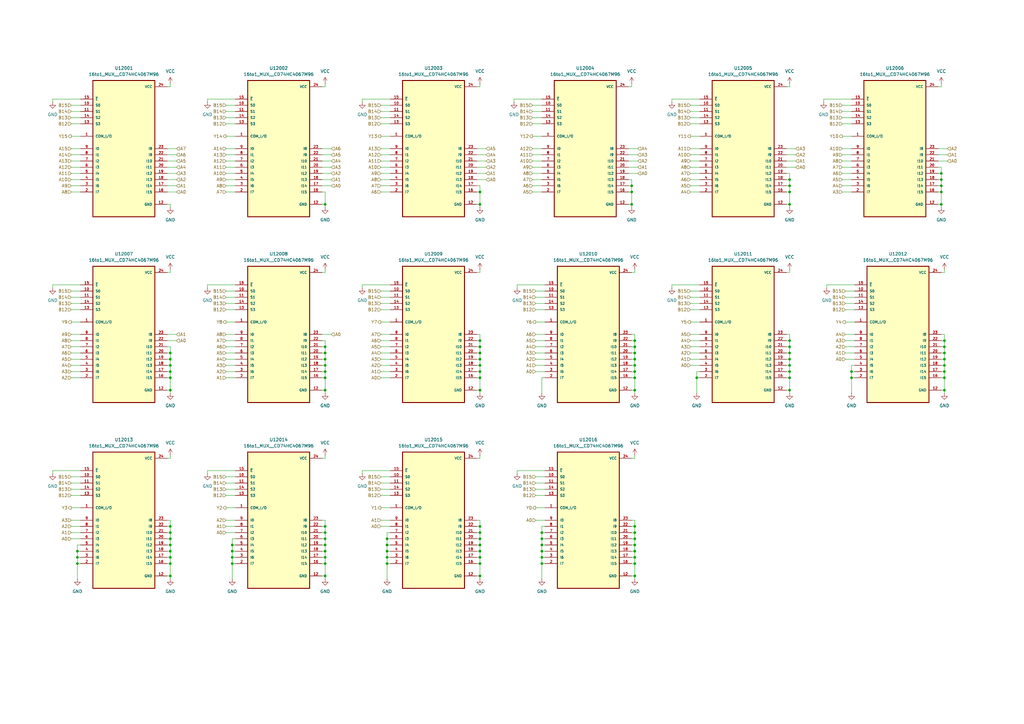
<source format=kicad_sch>
(kicad_sch (version 20250114) (generator "eeschema") (generator_version "9.0")
  (paper "A3")
  (title_block (title "16 bit Logic Shift Right") (company "AGH Logic Unit") (comment 1 "mALUch project"))
  (junction (at 222.25 228.6))
  (junction (at 133.35 83.82))
  (junction (at 133.35 152.4))
  (junction (at 196.85 144.78))
  (junction (at 196.85 149.86))
  (junction (at 260.35 236.22))
  (junction (at 69.85 160.02))
  (junction (at 95.25 226.06))
  (junction (at 133.35 142.24))
  (junction (at 260.35 154.94))
  (junction (at 196.85 154.94))
  (junction (at 133.35 149.86))
  (junction (at 158.75 223.52))
  (junction (at 260.35 231.14))
  (junction (at 69.85 218.44))
  (junction (at 69.85 228.6))
  (junction (at 260.35 226.06))
  (junction (at 260.35 220.98))
  (junction (at 260.35 152.4))
  (junction (at 31.75 231.14))
  (junction (at 387.35 154.94))
  (junction (at 69.85 152.4))
  (junction (at 222.25 226.06))
  (junction (at 323.85 142.24))
  (junction (at 260.35 149.86))
  (junction (at 323.85 160.02))
  (junction (at 323.85 154.94))
  (junction (at 260.35 142.24))
  (junction (at 133.35 160.02))
  (junction (at 69.85 147.32))
  (junction (at 133.35 226.06))
  (junction (at 69.85 226.06))
  (junction (at 196.85 215.9))
  (junction (at 69.85 220.98))
  (junction (at 158.75 226.06))
  (junction (at 285.75 154.94))
  (junction (at 133.35 220.98))
  (junction (at 31.75 226.06))
  (junction (at 69.85 231.14))
  (junction (at 69.85 149.86))
  (junction (at 323.85 76.2))
  (junction (at 386.08 78.74))
  (junction (at 133.35 147.32))
  (junction (at 196.85 152.4))
  (junction (at 196.85 218.44))
  (junction (at 222.25 231.14))
  (junction (at 323.85 152.4))
  (junction (at 387.35 142.24))
  (junction (at 133.35 154.94))
  (junction (at 196.85 223.52))
  (junction (at 133.35 231.14))
  (junction (at 323.85 144.78))
  (junction (at 133.35 215.9))
  (junction (at 222.25 223.52))
  (junction (at 259.08 76.2))
  (junction (at 386.08 83.82))
  (junction (at 260.35 144.78))
  (junction (at 69.85 236.22))
  (junction (at 196.85 147.32))
  (junction (at 196.85 228.6))
  (junction (at 260.35 215.9))
  (junction (at 260.35 228.6))
  (junction (at 196.85 220.98))
  (junction (at 387.35 149.86))
  (junction (at 323.85 83.82))
  (junction (at 386.08 73.66))
  (junction (at 196.85 231.14))
  (junction (at 196.85 83.82))
  (junction (at 323.85 73.66))
  (junction (at 259.08 83.82))
  (junction (at 387.35 160.02))
  (junction (at 386.08 71.12))
  (junction (at 133.35 218.44))
  (junction (at 95.25 228.6))
  (junction (at 387.35 152.4))
  (junction (at 323.85 139.7))
  (junction (at 349.25 154.94))
  (junction (at 31.75 228.6))
  (junction (at 196.85 160.02))
  (junction (at 323.85 149.86))
  (junction (at 386.08 76.2))
  (junction (at 349.25 152.4))
  (junction (at 133.35 223.52))
  (junction (at 95.25 231.14))
  (junction (at 260.35 147.32))
  (junction (at 196.85 226.06))
  (junction (at 133.35 228.6))
  (junction (at 222.25 218.44))
  (junction (at 323.85 147.32))
  (junction (at 133.35 144.78))
  (junction (at 69.85 215.9))
  (junction (at 196.85 139.7))
  (junction (at 69.85 223.52))
  (junction (at 158.75 231.14))
  (junction (at 222.25 220.98))
  (junction (at 323.85 78.74))
  (junction (at 196.85 236.22))
  (junction (at 387.35 144.78))
  (junction (at 196.85 78.74))
  (junction (at 387.35 139.7))
  (junction (at 260.35 223.52))
  (junction (at 260.35 139.7))
  (junction (at 158.75 220.98))
  (junction (at 196.85 142.24))
  (junction (at 158.75 228.6))
  (junction (at 260.35 160.02))
  (junction (at 387.35 147.32))
  (junction (at 259.08 78.74))
  (junction (at 133.35 236.22))
  (junction (at 69.85 144.78))
  (junction (at 69.85 154.94))
  (junction (at 95.25 223.52))
  (junction (at 260.35 218.44))
  (wire (pts (xy 69.85 161.29) (xy 69.85 160.02)))
  (wire (pts (xy 222.25 228.6) (xy 222.25 226.06)))
  (wire (pts (xy 69.85 218.44) (xy 69.85 220.98)))
  (wire (pts (xy 69.85 226.06) (xy 69.85 228.6)))
  (wire (pts (xy 156.21 76.2) (xy 160.02 76.2)))
  (wire (pts (xy 196.85 213.36) (xy 196.85 215.9)))
  (wire (pts (xy 132.08 68.58) (xy 135.89 68.58)))
  (wire (pts (xy 132.08 76.2) (xy 135.89 76.2)))
  (wire (pts (xy 283.21 43.18) (xy 287.02 43.18)))
  (wire (pts (xy 156.21 43.18) (xy 160.02 43.18)))
  (wire (pts (xy 133.35 223.52) (xy 133.35 226.06)))
  (wire (pts (xy 92.71 60.96) (xy 96.52 60.96)))
  (wire (pts (xy 283.21 149.86) (xy 287.02 149.86)))
  (wire (pts (xy 218.44 78.74) (xy 222.25 78.74)))
  (wire (pts (xy 349.25 152.4) (xy 349.25 149.86)))
  (wire (pts (xy 21.59 116.84) (xy 33.02 116.84)))
  (wire (pts (xy 260.35 111.76) (xy 259.08 111.76)))
  (wire (pts (xy 345.44 55.88) (xy 349.25 55.88)))
  (wire (pts (xy 95.25 228.6) (xy 96.52 228.6)))
  (wire (pts (xy 29.21 45.72) (xy 33.02 45.72)))
  (wire (pts (xy 260.35 160.02) (xy 259.08 160.02)))
  (wire (pts (xy 349.25 161.29) (xy 349.25 154.94)))
  (wire (pts (xy 29.21 55.88) (xy 33.02 55.88)))
  (wire (pts (xy 323.85 76.2) (xy 323.85 78.74)))
  (wire (pts (xy 69.85 144.78) (xy 69.85 147.32)))
  (wire (pts (xy 260.35 237.49) (xy 260.35 236.22)))
  (wire (pts (xy 132.08 144.78) (xy 133.35 144.78)))
  (wire (pts (xy 95.25 223.52) (xy 96.52 223.52)))
  (wire (pts (xy 29.21 149.86) (xy 33.02 149.86)))
  (wire (pts (xy 68.58 76.2) (xy 72.39 76.2)))
  (wire (pts (xy 29.21 68.58) (xy 33.02 68.58)))
  (wire (pts (xy 322.58 73.66) (xy 323.85 73.66)))
  (wire (pts (xy 29.21 71.12) (xy 33.02 71.12)))
  (wire (pts (xy 69.85 236.22) (xy 68.58 236.22)))
  (wire (pts (xy 92.71 68.58) (xy 96.52 68.58)))
  (wire (pts (xy 69.85 223.52) (xy 69.85 226.06)))
  (wire (pts (xy 29.21 63.5) (xy 33.02 63.5)))
  (wire (pts (xy 195.58 215.9) (xy 196.85 215.9)))
  (wire (pts (xy 132.08 215.9) (xy 133.35 215.9)))
  (wire (pts (xy 156.21 119.38) (xy 160.02 119.38)))
  (wire (pts (xy 148.59 194.31) (xy 148.59 193.04)))
  (wire (pts (xy 259.08 218.44) (xy 260.35 218.44)))
  (wire (pts (xy 133.35 152.4) (xy 133.35 154.94)))
  (wire (pts (xy 260.35 161.29) (xy 260.35 160.02)))
  (wire (pts (xy 156.21 144.78) (xy 160.02 144.78)))
  (wire (pts (xy 219.71 213.36) (xy 223.52 213.36)))
  (wire (pts (xy 259.08 78.74) (xy 259.08 83.82)))
  (wire (pts (xy 95.25 231.14) (xy 95.25 228.6)))
  (wire (pts (xy 195.58 68.58) (xy 199.39 68.58)))
  (wire (pts (xy 322.58 147.32) (xy 323.85 147.32)))
  (wire (pts (xy 386.08 68.58) (xy 386.08 71.12)))
  (wire (pts (xy 219.71 144.78) (xy 223.52 144.78)))
  (wire (pts (xy 218.44 71.12) (xy 222.25 71.12)))
  (wire (pts (xy 92.71 76.2) (xy 96.52 76.2)))
  (wire (pts (xy 196.85 226.06) (xy 196.85 228.6)))
  (wire (pts (xy 196.85 110.49) (xy 196.85 111.76)))
  (wire (pts (xy 29.21 119.38) (xy 33.02 119.38)))
  (wire (pts (xy 260.35 226.06) (xy 260.35 228.6)))
  (wire (pts (xy 195.58 142.24) (xy 196.85 142.24)))
  (wire (pts (xy 195.58 228.6) (xy 196.85 228.6)))
  (wire (pts (xy 132.08 152.4) (xy 133.35 152.4)))
  (wire (pts (xy 260.35 149.86) (xy 260.35 152.4)))
  (wire (pts (xy 72.39 63.5) (xy 68.58 63.5)))
  (wire (pts (xy 21.59 41.91) (xy 21.59 40.64)))
  (wire (pts (xy 387.35 142.24) (xy 387.35 144.78)))
  (wire (pts (xy 322.58 152.4) (xy 323.85 152.4)))
  (wire (pts (xy 260.35 152.4) (xy 260.35 154.94)))
  (wire (pts (xy 199.39 63.5) (xy 195.58 63.5)))
  (wire (pts (xy 212.09 193.04) (xy 223.52 193.04)))
  (wire (pts (xy 29.21 137.16) (xy 33.02 137.16)))
  (wire (pts (xy 196.85 160.02) (xy 195.58 160.02)))
  (wire (pts (xy 29.21 215.9) (xy 33.02 215.9)))
  (wire (pts (xy 156.21 66.04) (xy 160.02 66.04)))
  (wire (pts (xy 285.75 154.94) (xy 285.75 152.4)))
  (wire (pts (xy 21.59 40.64) (xy 33.02 40.64)))
  (wire (pts (xy 195.58 139.7) (xy 196.85 139.7)))
  (wire (pts (xy 260.35 142.24) (xy 260.35 144.78)))
  (wire (pts (xy 283.21 132.08) (xy 287.02 132.08)))
  (wire (pts (xy 92.71 50.8) (xy 96.52 50.8)))
  (wire (pts (xy 92.71 203.2) (xy 96.52 203.2)))
  (wire (pts (xy 322.58 149.86) (xy 323.85 149.86)))
  (wire (pts (xy 68.58 228.6) (xy 69.85 228.6)))
  (wire (pts (xy 222.25 228.6) (xy 223.52 228.6)))
  (wire (pts (xy 283.21 78.74) (xy 287.02 78.74)))
  (wire (pts (xy 92.71 78.74) (xy 96.52 78.74)))
  (wire (pts (xy 29.21 66.04) (xy 33.02 66.04)))
  (wire (pts (xy 158.75 228.6) (xy 158.75 226.06)))
  (wire (pts (xy 223.52 215.9) (xy 222.25 215.9)))
  (wire (pts (xy 133.35 237.49) (xy 133.35 236.22)))
  (wire (pts (xy 85.09 116.84) (xy 96.52 116.84)))
  (wire (pts (xy 133.35 160.02) (xy 132.08 160.02)))
  (wire (pts (xy 133.35 161.29) (xy 133.35 160.02)))
  (wire (pts (xy 386.08 137.16) (xy 387.35 137.16)))
  (wire (pts (xy 29.21 78.74) (xy 33.02 78.74)))
  (wire (pts (xy 212.09 194.31) (xy 212.09 193.04)))
  (wire (pts (xy 218.44 63.5) (xy 222.25 63.5)))
  (wire (pts (xy 260.35 186.69) (xy 260.35 187.96)))
  (wire (pts (xy 346.71 144.78) (xy 350.52 144.78)))
  (wire (pts (xy 384.81 68.58) (xy 386.08 68.58)))
  (wire (pts (xy 386.08 73.66) (xy 386.08 76.2)))
  (wire (pts (xy 339.09 116.84) (xy 350.52 116.84)))
  (wire (pts (xy 196.85 35.56) (xy 195.58 35.56)))
  (wire (pts (xy 196.85 231.14) (xy 196.85 236.22)))
  (wire (pts (xy 218.44 68.58) (xy 222.25 68.58)))
  (wire (pts (xy 133.35 83.82) (xy 132.08 83.82)))
  (wire (pts (xy 387.35 147.32) (xy 387.35 149.86)))
  (wire (pts (xy 384.81 78.74) (xy 386.08 78.74)))
  (wire (pts (xy 92.71 63.5) (xy 96.52 63.5)))
  (wire (pts (xy 133.35 85.09) (xy 133.35 83.82)))
  (wire (pts (xy 29.21 50.8) (xy 33.02 50.8)))
  (wire (pts (xy 387.35 144.78) (xy 387.35 147.32)))
  (wire (pts (xy 29.21 220.98) (xy 33.02 220.98)))
  (wire (pts (xy 218.44 50.8) (xy 222.25 50.8)))
  (wire (pts (xy 156.21 71.12) (xy 160.02 71.12)))
  (wire (pts (xy 133.35 111.76) (xy 132.08 111.76)))
  (wire (pts (xy 156.21 73.66) (xy 160.02 73.66)))
  (wire (pts (xy 218.44 76.2) (xy 222.25 76.2)))
  (wire (pts (xy 283.21 137.16) (xy 287.02 137.16)))
  (wire (pts (xy 132.08 226.06) (xy 133.35 226.06)))
  (wire (pts (xy 345.44 48.26) (xy 349.25 48.26)))
  (wire (pts (xy 260.35 147.32) (xy 260.35 149.86)))
  (wire (pts (xy 92.71 218.44) (xy 96.52 218.44)))
  (wire (pts (xy 133.35 218.44) (xy 133.35 220.98)))
  (wire (pts (xy 29.21 43.18) (xy 33.02 43.18)))
  (wire (pts (xy 346.71 127) (xy 350.52 127)))
  (wire (pts (xy 260.35 215.9) (xy 260.35 218.44)))
  (wire (pts (xy 346.71 142.24) (xy 350.52 142.24)))
  (wire (pts (xy 345.44 68.58) (xy 349.25 68.58)))
  (wire (pts (xy 148.59 116.84) (xy 160.02 116.84)))
  (wire (pts (xy 283.21 66.04) (xy 287.02 66.04)))
  (wire (pts (xy 133.35 144.78) (xy 133.35 147.32)))
  (wire (pts (xy 322.58 142.24) (xy 323.85 142.24)))
  (wire (pts (xy 133.35 154.94) (xy 133.35 160.02)))
  (wire (pts (xy 387.35 160.02) (xy 386.08 160.02)))
  (wire (pts (xy 323.85 147.32) (xy 323.85 149.86)))
  (wire (pts (xy 156.21 152.4) (xy 160.02 152.4)))
  (wire (pts (xy 346.71 137.16) (xy 350.52 137.16)))
  (wire (pts (xy 345.44 45.72) (xy 349.25 45.72)))
  (wire (pts (xy 196.85 220.98) (xy 196.85 223.52)))
  (wire (pts (xy 322.58 139.7) (xy 323.85 139.7)))
  (wire (pts (xy 337.82 41.91) (xy 337.82 40.64)))
  (wire (pts (xy 219.71 203.2) (xy 223.52 203.2)))
  (wire (pts (xy 85.09 193.04) (xy 96.52 193.04)))
  (wire (pts (xy 259.08 223.52) (xy 260.35 223.52)))
  (wire (pts (xy 133.35 236.22) (xy 132.08 236.22)))
  (wire (pts (xy 322.58 66.04) (xy 326.39 66.04)))
  (wire (pts (xy 387.35 110.49) (xy 387.35 111.76)))
  (wire (pts (xy 132.08 218.44) (xy 133.35 218.44)))
  (wire (pts (xy 132.08 78.74) (xy 133.35 78.74)))
  (wire (pts (xy 349.25 154.94) (xy 349.25 152.4)))
  (wire (pts (xy 196.85 154.94) (xy 196.85 160.02)))
  (wire (pts (xy 31.75 231.14) (xy 33.02 231.14)))
  (wire (pts (xy 29.21 200.66) (xy 33.02 200.66)))
  (wire (pts (xy 283.21 71.12) (xy 287.02 71.12)))
  (wire (pts (xy 92.71 121.92) (xy 96.52 121.92)))
  (wire (pts (xy 259.08 228.6) (xy 260.35 228.6)))
  (wire (pts (xy 31.75 228.6) (xy 33.02 228.6)))
  (wire (pts (xy 92.71 213.36) (xy 96.52 213.36)))
  (wire (pts (xy 323.85 137.16) (xy 323.85 139.7)))
  (wire (pts (xy 323.85 111.76) (xy 322.58 111.76)))
  (wire (pts (xy 68.58 137.16) (xy 72.39 137.16)))
  (wire (pts (xy 219.71 121.92) (xy 223.52 121.92)))
  (wire (pts (xy 386.08 149.86) (xy 387.35 149.86)))
  (wire (pts (xy 156.21 127) (xy 160.02 127)))
  (wire (pts (xy 222.25 218.44) (xy 222.25 220.98)))
  (wire (pts (xy 156.21 132.08) (xy 160.02 132.08)))
  (wire (pts (xy 29.21 198.12) (xy 33.02 198.12)))
  (wire (pts (xy 69.85 215.9) (xy 69.85 218.44)))
  (wire (pts (xy 260.35 137.16) (xy 260.35 139.7)))
  (wire (pts (xy 85.09 41.91) (xy 85.09 40.64)))
  (wire (pts (xy 156.21 55.88) (xy 160.02 55.88)))
  (wire (pts (xy 218.44 73.66) (xy 222.25 73.66)))
  (wire (pts (xy 132.08 147.32) (xy 133.35 147.32)))
  (wire (pts (xy 259.08 154.94) (xy 260.35 154.94)))
  (wire (pts (xy 72.39 60.96) (xy 68.58 60.96)))
  (wire (pts (xy 260.35 231.14) (xy 260.35 236.22)))
  (wire (pts (xy 283.21 48.26) (xy 287.02 48.26)))
  (wire (pts (xy 92.71 142.24) (xy 96.52 142.24)))
  (wire (pts (xy 31.75 231.14) (xy 31.75 228.6)))
  (wire (pts (xy 68.58 147.32) (xy 69.85 147.32)))
  (wire (pts (xy 29.21 208.28) (xy 33.02 208.28)))
  (wire (pts (xy 323.85 34.29) (xy 323.85 35.56)))
  (wire (pts (xy 384.81 76.2) (xy 386.08 76.2)))
  (wire (pts (xy 260.35 110.49) (xy 260.35 111.76)))
  (wire (pts (xy 195.58 78.74) (xy 196.85 78.74)))
  (wire (pts (xy 158.75 231.14) (xy 160.02 231.14)))
  (wire (pts (xy 323.85 161.29) (xy 323.85 160.02)))
  (wire (pts (xy 69.85 152.4) (xy 69.85 154.94)))
  (wire (pts (xy 275.59 116.84) (xy 287.02 116.84)))
  (wire (pts (xy 259.08 35.56) (xy 257.81 35.56)))
  (wire (pts (xy 135.89 66.04) (xy 132.08 66.04)))
  (wire (pts (xy 158.75 218.44) (xy 158.75 220.98)))
  (wire (pts (xy 133.35 149.86) (xy 133.35 152.4)))
  (wire (pts (xy 196.85 218.44) (xy 196.85 220.98)))
  (wire (pts (xy 69.85 35.56) (xy 68.58 35.56)))
  (wire (pts (xy 322.58 76.2) (xy 323.85 76.2)))
  (wire (pts (xy 283.21 76.2) (xy 287.02 76.2)))
  (wire (pts (xy 133.35 35.56) (xy 132.08 35.56)))
  (wire (pts (xy 68.58 152.4) (xy 69.85 152.4)))
  (wire (pts (xy 195.58 71.12) (xy 199.39 71.12)))
  (wire (pts (xy 69.85 85.09) (xy 69.85 83.82)))
  (wire (pts (xy 222.25 237.49) (xy 222.25 231.14)))
  (wire (pts (xy 218.44 55.88) (xy 222.25 55.88)))
  (wire (pts (xy 322.58 137.16) (xy 323.85 137.16)))
  (wire (pts (xy 345.44 73.66) (xy 349.25 73.66)))
  (wire (pts (xy 322.58 63.5) (xy 326.39 63.5)))
  (wire (pts (xy 257.81 71.12) (xy 261.62 71.12)))
  (wire (pts (xy 133.35 110.49) (xy 133.35 111.76)))
  (wire (pts (xy 346.71 121.92) (xy 350.52 121.92)))
  (wire (pts (xy 345.44 60.96) (xy 349.25 60.96)))
  (wire (pts (xy 259.08 85.09) (xy 259.08 83.82)))
  (wire (pts (xy 283.21 147.32) (xy 287.02 147.32)))
  (wire (pts (xy 195.58 226.06) (xy 196.85 226.06)))
  (wire (pts (xy 259.08 137.16) (xy 260.35 137.16)))
  (wire (pts (xy 322.58 78.74) (xy 323.85 78.74)))
  (wire (pts (xy 68.58 231.14) (xy 69.85 231.14)))
  (wire (pts (xy 92.71 73.66) (xy 96.52 73.66)))
  (wire (pts (xy 29.21 142.24) (xy 33.02 142.24)))
  (wire (pts (xy 346.71 124.46) (xy 350.52 124.46)))
  (wire (pts (xy 69.85 110.49) (xy 69.85 111.76)))
  (wire (pts (xy 196.85 187.96) (xy 195.58 187.96)))
  (wire (pts (xy 133.35 139.7) (xy 133.35 142.24)))
  (wire (pts (xy 283.21 144.78) (xy 287.02 144.78)))
  (wire (pts (xy 219.71 198.12) (xy 223.52 198.12)))
  (wire (pts (xy 69.85 186.69) (xy 69.85 187.96)))
  (wire (pts (xy 346.71 119.38) (xy 350.52 119.38)))
  (wire (pts (xy 222.25 223.52) (xy 223.52 223.52)))
  (wire (pts (xy 384.81 66.04) (xy 388.62 66.04)))
  (wire (pts (xy 156.21 137.16) (xy 160.02 137.16)))
  (wire (pts (xy 133.35 213.36) (xy 133.35 215.9)))
  (wire (pts (xy 219.71 124.46) (xy 223.52 124.46)))
  (wire (pts (xy 68.58 213.36) (xy 69.85 213.36)))
  (wire (pts (xy 345.44 66.04) (xy 349.25 66.04)))
  (wire (pts (xy 156.21 203.2) (xy 160.02 203.2)))
  (wire (pts (xy 196.85 111.76) (xy 195.58 111.76)))
  (wire (pts (xy 132.08 73.66) (xy 135.89 73.66)))
  (wire (pts (xy 283.21 60.96) (xy 287.02 60.96)))
  (wire (pts (xy 156.21 50.8) (xy 160.02 50.8)))
  (wire (pts (xy 259.08 142.24) (xy 260.35 142.24)))
  (wire (pts (xy 68.58 215.9) (xy 69.85 215.9)))
  (wire (pts (xy 133.35 226.06) (xy 133.35 228.6)))
  (wire (pts (xy 68.58 71.12) (xy 72.39 71.12)))
  (wire (pts (xy 386.08 34.29) (xy 386.08 35.56)))
  (wire (pts (xy 133.35 215.9) (xy 133.35 218.44)))
  (wire (pts (xy 323.85 78.74) (xy 323.85 83.82)))
  (wire (pts (xy 156.21 139.7) (xy 160.02 139.7)))
  (wire (pts (xy 195.58 223.52) (xy 196.85 223.52)))
  (wire (pts (xy 29.21 139.7) (xy 33.02 139.7)))
  (wire (pts (xy 160.02 218.44) (xy 158.75 218.44)))
  (wire (pts (xy 285.75 154.94) (xy 287.02 154.94)))
  (wire (pts (xy 219.71 139.7) (xy 223.52 139.7)))
  (wire (pts (xy 68.58 139.7) (xy 72.39 139.7)))
  (wire (pts (xy 219.71 127) (xy 223.52 127)))
  (wire (pts (xy 210.82 41.91) (xy 210.82 40.64)))
  (wire (pts (xy 29.21 76.2) (xy 33.02 76.2)))
  (wire (pts (xy 283.21 119.38) (xy 287.02 119.38)))
  (wire (pts (xy 219.71 119.38) (xy 223.52 119.38)))
  (wire (pts (xy 384.81 63.5) (xy 388.62 63.5)))
  (wire (pts (xy 68.58 144.78) (xy 69.85 144.78)))
  (wire (pts (xy 92.71 144.78) (xy 96.52 144.78)))
  (wire (pts (xy 218.44 66.04) (xy 222.25 66.04)))
  (wire (pts (xy 275.59 118.11) (xy 275.59 116.84)))
  (wire (pts (xy 92.71 55.88) (xy 96.52 55.88)))
  (wire (pts (xy 349.25 152.4) (xy 350.52 152.4)))
  (wire (pts (xy 196.85 142.24) (xy 196.85 144.78)))
  (wire (pts (xy 133.35 228.6) (xy 133.35 231.14)))
  (wire (pts (xy 260.35 154.94) (xy 260.35 160.02)))
  (wire (pts (xy 195.58 144.78) (xy 196.85 144.78)))
  (wire (pts (xy 156.21 213.36) (xy 160.02 213.36)))
  (wire (pts (xy 92.71 66.04) (xy 96.52 66.04)))
  (wire (pts (xy 69.85 147.32) (xy 69.85 149.86)))
  (wire (pts (xy 133.35 34.29) (xy 133.35 35.56)))
  (wire (pts (xy 259.08 213.36) (xy 260.35 213.36)))
  (wire (pts (xy 195.58 73.66) (xy 199.39 73.66)))
  (wire (pts (xy 132.08 213.36) (xy 133.35 213.36)))
  (wire (pts (xy 95.25 223.52) (xy 95.25 226.06)))
  (wire (pts (xy 257.81 76.2) (xy 259.08 76.2)))
  (wire (pts (xy 386.08 139.7) (xy 387.35 139.7)))
  (wire (pts (xy 135.89 63.5) (xy 132.08 63.5)))
  (wire (pts (xy 196.85 34.29) (xy 196.85 35.56)))
  (wire (pts (xy 195.58 66.04) (xy 199.39 66.04)))
  (wire (pts (xy 133.35 147.32) (xy 133.35 149.86)))
  (wire (pts (xy 195.58 218.44) (xy 196.85 218.44)))
  (wire (pts (xy 31.75 226.06) (xy 33.02 226.06)))
  (wire (pts (xy 323.85 149.86) (xy 323.85 152.4)))
  (wire (pts (xy 156.21 215.9) (xy 160.02 215.9)))
  (wire (pts (xy 133.35 220.98) (xy 133.35 223.52)))
  (wire (pts (xy 156.21 149.86) (xy 160.02 149.86)))
  (wire (pts (xy 349.25 149.86) (xy 350.52 149.86)))
  (wire (pts (xy 92.71 127) (xy 96.52 127)))
  (wire (pts (xy 260.35 236.22) (xy 259.08 236.22)))
  (wire (pts (xy 346.71 139.7) (xy 350.52 139.7)))
  (wire (pts (xy 156.21 78.74) (xy 160.02 78.74)))
  (wire (pts (xy 132.08 154.94) (xy 133.35 154.94)))
  (wire (pts (xy 21.59 194.31) (xy 21.59 193.04)))
  (wire (pts (xy 148.59 193.04) (xy 160.02 193.04)))
  (wire (pts (xy 31.75 228.6) (xy 31.75 226.06)))
  (wire (pts (xy 92.71 215.9) (xy 96.52 215.9)))
  (wire (pts (xy 260.35 218.44) (xy 260.35 220.98)))
  (wire (pts (xy 257.81 73.66) (xy 259.08 73.66)))
  (wire (pts (xy 218.44 60.96) (xy 222.25 60.96)))
  (wire (pts (xy 21.59 118.11) (xy 21.59 116.84)))
  (wire (pts (xy 259.08 152.4) (xy 260.35 152.4)))
  (wire (pts (xy 132.08 137.16) (xy 135.89 137.16)))
  (wire (pts (xy 222.25 223.52) (xy 222.25 226.06)))
  (wire (pts (xy 212.09 118.11) (xy 212.09 116.84)))
  (wire (pts (xy 158.75 237.49) (xy 158.75 231.14)))
  (wire (pts (xy 29.21 60.96) (xy 33.02 60.96)))
  (wire (pts (xy 92.71 132.08) (xy 96.52 132.08)))
  (wire (pts (xy 195.58 147.32) (xy 196.85 147.32)))
  (wire (pts (xy 68.58 220.98) (xy 69.85 220.98)))
  (wire (pts (xy 257.81 68.58) (xy 261.62 68.58)))
  (wire (pts (xy 257.81 66.04) (xy 261.62 66.04)))
  (wire (pts (xy 384.81 71.12) (xy 386.08 71.12)))
  (wire (pts (xy 31.75 223.52) (xy 31.75 226.06)))
  (wire (pts (xy 218.44 48.26) (xy 222.25 48.26)))
  (wire (pts (xy 68.58 78.74) (xy 72.39 78.74)))
  (wire (pts (xy 29.21 127) (xy 33.02 127)))
  (wire (pts (xy 69.85 160.02) (xy 68.58 160.02)))
  (wire (pts (xy 69.85 220.98) (xy 69.85 223.52)))
  (wire (pts (xy 386.08 35.56) (xy 384.81 35.56)))
  (wire (pts (xy 156.21 208.28) (xy 160.02 208.28)))
  (wire (pts (xy 29.21 124.46) (xy 33.02 124.46)))
  (wire (pts (xy 339.09 118.11) (xy 339.09 116.84)))
  (wire (pts (xy 196.85 85.09) (xy 196.85 83.82)))
  (wire (pts (xy 92.71 71.12) (xy 96.52 71.12)))
  (wire (pts (xy 345.44 63.5) (xy 349.25 63.5)))
  (wire (pts (xy 132.08 231.14) (xy 133.35 231.14)))
  (wire (pts (xy 156.21 195.58) (xy 160.02 195.58)))
  (wire (pts (xy 322.58 71.12) (xy 323.85 71.12)))
  (wire (pts (xy 345.44 50.8) (xy 349.25 50.8)))
  (wire (pts (xy 158.75 220.98) (xy 160.02 220.98)))
  (wire (pts (xy 219.71 142.24) (xy 223.52 142.24)))
  (wire (pts (xy 196.85 149.86) (xy 196.85 152.4)))
  (wire (pts (xy 337.82 40.64) (xy 349.25 40.64)))
  (wire (pts (xy 196.85 147.32) (xy 196.85 149.86)))
  (wire (pts (xy 387.35 139.7) (xy 387.35 142.24)))
  (wire (pts (xy 148.59 40.64) (xy 160.02 40.64)))
  (wire (pts (xy 260.35 223.52) (xy 260.35 226.06)))
  (wire (pts (xy 196.85 152.4) (xy 196.85 154.94)))
  (wire (pts (xy 68.58 218.44) (xy 69.85 218.44)))
  (wire (pts (xy 132.08 228.6) (xy 133.35 228.6)))
  (wire (pts (xy 148.59 118.11) (xy 148.59 116.84)))
  (wire (pts (xy 29.21 152.4) (xy 33.02 152.4)))
  (wire (pts (xy 96.52 220.98) (xy 95.25 220.98)))
  (wire (pts (xy 259.08 231.14) (xy 260.35 231.14)))
  (wire (pts (xy 222.25 220.98) (xy 222.25 223.52)))
  (wire (pts (xy 196.85 236.22) (xy 195.58 236.22)))
  (wire (pts (xy 69.85 237.49) (xy 69.85 236.22)))
  (wire (pts (xy 259.08 83.82) (xy 257.81 83.82)))
  (wire (pts (xy 31.75 237.49) (xy 31.75 231.14)))
  (wire (pts (xy 285.75 161.29) (xy 285.75 154.94)))
  (wire (pts (xy 386.08 152.4) (xy 387.35 152.4)))
  (wire (pts (xy 95.25 231.14) (xy 96.52 231.14)))
  (wire (pts (xy 133.35 78.74) (xy 133.35 83.82)))
  (wire (pts (xy 260.35 213.36) (xy 260.35 215.9)))
  (wire (pts (xy 323.85 73.66) (xy 323.85 76.2)))
  (wire (pts (xy 72.39 66.04) (xy 68.58 66.04)))
  (wire (pts (xy 219.71 208.28) (xy 223.52 208.28)))
  (wire (pts (xy 92.71 43.18) (xy 96.52 43.18)))
  (wire (pts (xy 158.75 226.06) (xy 160.02 226.06)))
  (wire (pts (xy 283.21 127) (xy 287.02 127)))
  (wire (pts (xy 21.59 193.04) (xy 33.02 193.04)))
  (wire (pts (xy 322.58 60.96) (xy 326.39 60.96)))
  (wire (pts (xy 196.85 223.52) (xy 196.85 226.06)))
  (wire (pts (xy 322.58 68.58) (xy 326.39 68.58)))
  (wire (pts (xy 156.21 68.58) (xy 160.02 68.58)))
  (wire (pts (xy 132.08 71.12) (xy 135.89 71.12)))
  (wire (pts (xy 323.85 85.09) (xy 323.85 83.82)))
  (wire (pts (xy 386.08 144.78) (xy 387.35 144.78)))
  (wire (pts (xy 132.08 220.98) (xy 133.35 220.98)))
  (wire (pts (xy 133.35 231.14) (xy 133.35 236.22)))
  (wire (pts (xy 85.09 118.11) (xy 85.09 116.84)))
  (wire (pts (xy 259.08 144.78) (xy 260.35 144.78)))
  (wire (pts (xy 148.59 41.91) (xy 148.59 40.64)))
  (wire (pts (xy 69.85 154.94) (xy 69.85 160.02)))
  (wire (pts (xy 283.21 68.58) (xy 287.02 68.58)))
  (wire (pts (xy 386.08 76.2) (xy 386.08 78.74)))
  (wire (pts (xy 323.85 110.49) (xy 323.85 111.76)))
  (wire (pts (xy 260.35 139.7) (xy 260.35 142.24)))
  (wire (pts (xy 29.21 203.2) (xy 33.02 203.2)))
  (wire (pts (xy 219.71 195.58) (xy 223.52 195.58)))
  (wire (pts (xy 95.25 228.6) (xy 95.25 226.06)))
  (wire (pts (xy 259.08 139.7) (xy 260.35 139.7)))
  (wire (pts (xy 92.71 139.7) (xy 96.52 139.7)))
  (wire (pts (xy 92.71 198.12) (xy 96.52 198.12)))
  (wire (pts (xy 195.58 220.98) (xy 196.85 220.98)))
  (wire (pts (xy 85.09 194.31) (xy 85.09 193.04)))
  (wire (pts (xy 29.21 147.32) (xy 33.02 147.32)))
  (wire (pts (xy 196.85 78.74) (xy 196.85 83.82)))
  (wire (pts (xy 283.21 124.46) (xy 287.02 124.46)))
  (wire (pts (xy 323.85 154.94) (xy 323.85 160.02)))
  (wire (pts (xy 196.85 76.2) (xy 196.85 78.74)))
  (wire (pts (xy 95.25 226.06) (xy 96.52 226.06)))
  (wire (pts (xy 222.25 161.29) (xy 222.25 154.94)))
  (wire (pts (xy 259.08 215.9) (xy 260.35 215.9)))
  (wire (pts (xy 212.09 116.84) (xy 223.52 116.84)))
  (wire (pts (xy 69.85 83.82) (xy 68.58 83.82)))
  (wire (pts (xy 133.35 187.96) (xy 132.08 187.96)))
  (wire (pts (xy 33.02 223.52) (xy 31.75 223.52)))
  (wire (pts (xy 219.71 149.86) (xy 223.52 149.86)))
  (wire (pts (xy 275.59 41.91) (xy 275.59 40.64)))
  (wire (pts (xy 384.81 60.96) (xy 388.62 60.96)))
  (wire (pts (xy 68.58 154.94) (xy 69.85 154.94)))
  (wire (pts (xy 387.35 154.94) (xy 387.35 160.02)))
  (wire (pts (xy 345.44 71.12) (xy 349.25 71.12)))
  (wire (pts (xy 156.21 142.24) (xy 160.02 142.24)))
  (wire (pts (xy 158.75 223.52) (xy 158.75 226.06)))
  (wire (pts (xy 156.21 63.5) (xy 160.02 63.5)))
  (wire (pts (xy 260.35 228.6) (xy 260.35 231.14)))
  (wire (pts (xy 195.58 149.86) (xy 196.85 149.86)))
  (wire (pts (xy 69.85 187.96) (xy 68.58 187.96)))
  (wire (pts (xy 260.35 187.96) (xy 259.08 187.96)))
  (wire (pts (xy 68.58 149.86) (xy 69.85 149.86)))
  (wire (pts (xy 196.85 83.82) (xy 195.58 83.82)))
  (wire (pts (xy 323.85 139.7) (xy 323.85 142.24)))
  (wire (pts (xy 283.21 63.5) (xy 287.02 63.5)))
  (wire (pts (xy 386.08 85.09) (xy 386.08 83.82)))
  (wire (pts (xy 257.81 78.74) (xy 259.08 78.74)))
  (wire (pts (xy 283.21 121.92) (xy 287.02 121.92)))
  (wire (pts (xy 195.58 152.4) (xy 196.85 152.4)))
  (wire (pts (xy 218.44 45.72) (xy 222.25 45.72)))
  (wire (pts (xy 92.71 45.72) (xy 96.52 45.72)))
  (wire (pts (xy 222.25 215.9) (xy 222.25 218.44)))
  (wire (pts (xy 92.71 137.16) (xy 96.52 137.16)))
  (wire (pts (xy 219.71 152.4) (xy 223.52 152.4)))
  (wire (pts (xy 68.58 226.06) (xy 69.85 226.06)))
  (wire (pts (xy 323.85 144.78) (xy 323.85 147.32)))
  (wire (pts (xy 92.71 119.38) (xy 96.52 119.38)))
  (wire (pts (xy 283.21 55.88) (xy 287.02 55.88)))
  (wire (pts (xy 196.85 228.6) (xy 196.85 231.14)))
  (wire (pts (xy 210.82 40.64) (xy 222.25 40.64)))
  (wire (pts (xy 196.85 237.49) (xy 196.85 236.22)))
  (wire (pts (xy 259.08 149.86) (xy 260.35 149.86)))
  (wire (pts (xy 132.08 139.7) (xy 133.35 139.7)))
  (wire (pts (xy 195.58 137.16) (xy 196.85 137.16)))
  (wire (pts (xy 29.21 121.92) (xy 33.02 121.92)))
  (wire (pts (xy 68.58 142.24) (xy 69.85 142.24)))
  (wire (pts (xy 195.58 231.14) (xy 196.85 231.14)))
  (wire (pts (xy 345.44 76.2) (xy 349.25 76.2)))
  (wire (pts (xy 323.85 35.56) (xy 322.58 35.56)))
  (wire (pts (xy 387.35 152.4) (xy 387.35 154.94)))
  (wire (pts (xy 69.85 142.24) (xy 69.85 144.78)))
  (wire (pts (xy 346.71 132.08) (xy 350.52 132.08)))
  (wire (pts (xy 92.71 154.94) (xy 96.52 154.94)))
  (wire (pts (xy 283.21 73.66) (xy 287.02 73.66)))
  (wire (pts (xy 386.08 142.24) (xy 387.35 142.24)))
  (wire (pts (xy 345.44 43.18) (xy 349.25 43.18)))
  (wire (pts (xy 68.58 73.66) (xy 72.39 73.66)))
  (wire (pts (xy 219.71 200.66) (xy 223.52 200.66)))
  (wire (pts (xy 29.21 154.94) (xy 33.02 154.94)))
  (wire (pts (xy 29.21 48.26) (xy 33.02 48.26)))
  (wire (pts (xy 92.71 147.32) (xy 96.52 147.32)))
  (wire (pts (xy 85.09 40.64) (xy 96.52 40.64)))
  (wire (pts (xy 132.08 149.86) (xy 133.35 149.86)))
  (wire (pts (xy 156.21 60.96) (xy 160.02 60.96)))
  (wire (pts (xy 156.21 121.92) (xy 160.02 121.92)))
  (wire (pts (xy 196.85 186.69) (xy 196.85 187.96)))
  (wire (pts (xy 158.75 228.6) (xy 160.02 228.6)))
  (wire (pts (xy 386.08 78.74) (xy 386.08 83.82)))
  (wire (pts (xy 386.08 83.82) (xy 384.81 83.82)))
  (wire (pts (xy 222.25 154.94) (xy 223.52 154.94)))
  (wire (pts (xy 346.71 147.32) (xy 350.52 147.32)))
  (wire (pts (xy 384.81 73.66) (xy 386.08 73.66)))
  (wire (pts (xy 349.25 154.94) (xy 350.52 154.94)))
  (wire (pts (xy 92.71 200.66) (xy 96.52 200.66)))
  (wire (pts (xy 68.58 223.52) (xy 69.85 223.52)))
  (wire (pts (xy 92.71 124.46) (xy 96.52 124.46)))
  (wire (pts (xy 132.08 223.52) (xy 133.35 223.52)))
  (wire (pts (xy 259.08 147.32) (xy 260.35 147.32)))
  (wire (pts (xy 386.08 147.32) (xy 387.35 147.32)))
  (wire (pts (xy 29.21 144.78) (xy 33.02 144.78)))
  (wire (pts (xy 260.35 144.78) (xy 260.35 147.32)))
  (wire (pts (xy 156.21 198.12) (xy 160.02 198.12)))
  (wire (pts (xy 259.08 34.29) (xy 259.08 35.56)))
  (wire (pts (xy 132.08 142.24) (xy 133.35 142.24)))
  (wire (pts (xy 92.71 48.26) (xy 96.52 48.26)))
  (wire (pts (xy 158.75 231.14) (xy 158.75 228.6)))
  (wire (pts (xy 29.21 195.58) (xy 33.02 195.58)))
  (wire (pts (xy 195.58 76.2) (xy 196.85 76.2)))
  (wire (pts (xy 92.71 208.28) (xy 96.52 208.28)))
  (wire (pts (xy 196.85 161.29) (xy 196.85 160.02)))
  (wire (pts (xy 386.08 71.12) (xy 386.08 73.66)))
  (wire (pts (xy 323.85 160.02) (xy 322.58 160.02)))
  (wire (pts (xy 156.21 124.46) (xy 160.02 124.46)))
  (wire (pts (xy 92.71 152.4) (xy 96.52 152.4)))
  (wire (pts (xy 257.81 63.5) (xy 261.62 63.5)))
  (wire (pts (xy 222.25 231.14) (xy 222.25 228.6)))
  (wire (pts (xy 218.44 43.18) (xy 222.25 43.18)))
  (wire (pts (xy 72.39 68.58) (xy 68.58 68.58)))
  (wire (pts (xy 199.39 60.96) (xy 195.58 60.96)))
  (wire (pts (xy 156.21 200.66) (xy 160.02 200.66)))
  (wire (pts (xy 156.21 45.72) (xy 160.02 45.72)))
  (wire (pts (xy 219.71 137.16) (xy 223.52 137.16)))
  (wire (pts (xy 387.35 111.76) (xy 386.08 111.76)))
  (wire (pts (xy 29.21 132.08) (xy 33.02 132.08)))
  (wire (pts (xy 219.71 132.08) (xy 223.52 132.08)))
  (wire (pts (xy 222.25 220.98) (xy 223.52 220.98)))
  (wire (pts (xy 69.85 228.6) (xy 69.85 231.14)))
  (wire (pts (xy 92.71 195.58) (xy 96.52 195.58)))
  (wire (pts (xy 285.75 152.4) (xy 287.02 152.4)))
  (wire (pts (xy 195.58 154.94) (xy 196.85 154.94)))
  (wire (pts (xy 322.58 144.78) (xy 323.85 144.78)))
  (wire (pts (xy 283.21 139.7) (xy 287.02 139.7)))
  (wire (pts (xy 196.85 139.7) (xy 196.85 142.24)))
  (wire (pts (xy 69.85 111.76) (xy 68.58 111.76)))
  (wire (pts (xy 196.85 137.16) (xy 196.85 139.7)))
  (wire (pts (xy 69.85 213.36) (xy 69.85 215.9)))
  (wire (pts (xy 196.85 215.9) (xy 196.85 218.44)))
  (wire (pts (xy 222.25 218.44) (xy 223.52 218.44)))
  (wire (pts (xy 261.62 60.96) (xy 257.81 60.96)))
  (wire (pts (xy 92.71 149.86) (xy 96.52 149.86)))
  (wire (pts (xy 222.25 226.06) (xy 223.52 226.06)))
  (wire (pts (xy 29.21 73.66) (xy 33.02 73.66)))
  (wire (pts (xy 259.08 76.2) (xy 259.08 78.74)))
  (wire (pts (xy 222.25 231.14) (xy 223.52 231.14)))
  (wire (pts (xy 69.85 34.29) (xy 69.85 35.56)))
  (wire (pts (xy 323.85 83.82) (xy 322.58 83.82)))
  (wire (pts (xy 283.21 45.72) (xy 287.02 45.72)))
  (wire (pts (xy 387.35 137.16) (xy 387.35 139.7)))
  (wire (pts (xy 259.08 226.06) (xy 260.35 226.06)))
  (wire (pts (xy 387.35 149.86) (xy 387.35 152.4)))
  (wire (pts (xy 156.21 147.32) (xy 160.02 147.32)))
  (wire (pts (xy 323.85 152.4) (xy 323.85 154.94)))
  (wire (pts (xy 195.58 213.36) (xy 196.85 213.36)))
  (wire (pts (xy 345.44 78.74) (xy 349.25 78.74)))
  (wire (pts (xy 219.71 147.32) (xy 223.52 147.32)))
  (wire (pts (xy 29.21 218.44) (xy 33.02 218.44)))
  (wire (pts (xy 275.59 40.64) (xy 287.02 40.64)))
  (wire (pts (xy 283.21 142.24) (xy 287.02 142.24)))
  (wire (pts (xy 69.85 231.14) (xy 69.85 236.22)))
  (wire (pts (xy 29.21 213.36) (xy 33.02 213.36)))
  (wire (pts (xy 156.21 154.94) (xy 160.02 154.94)))
  (wire (pts (xy 259.08 220.98) (xy 260.35 220.98)))
  (wire (pts (xy 283.21 50.8) (xy 287.02 50.8)))
  (wire (pts (xy 135.89 60.96) (xy 132.08 60.96)))
  (wire (pts (xy 323.85 142.24) (xy 323.85 144.78)))
  (wire (pts (xy 158.75 223.52) (xy 160.02 223.52)))
  (wire (pts (xy 196.85 144.78) (xy 196.85 147.32)))
  (wire (pts (xy 323.85 71.12) (xy 323.85 73.66)))
  (wire (pts (xy 133.35 186.69) (xy 133.35 187.96)))
  (wire (pts (xy 95.25 237.49) (xy 95.25 231.14)))
  (wire (pts (xy 260.35 220.98) (xy 260.35 223.52)))
  (wire (pts (xy 322.58 154.94) (xy 323.85 154.94)))
  (wire (pts (xy 386.08 154.94) (xy 387.35 154.94)))
  (wire (pts (xy 95.25 220.98) (xy 95.25 223.52)))
  (wire (pts (xy 156.21 48.26) (xy 160.02 48.26)))
  (wire (pts (xy 69.85 149.86) (xy 69.85 152.4)))
  (wire (pts (xy 259.08 73.66) (xy 259.08 76.2)))
  (wire (pts (xy 158.75 220.98) (xy 158.75 223.52)))
  (wire (pts (xy 387.35 161.29) (xy 387.35 160.02)))
  (wire (pts (xy 133.35 142.24) (xy 133.35 144.78)))
  (hierarchical_label "B13" (shape input) (at 29.21 200.66 180))
  (hierarchical_label "B14" (shape input) (at 92.71 121.92 180))
  (hierarchical_label "A9" (shape input) (at 345.44 63.5 180))
  (hierarchical_label "A6" (shape input) (at 283.21 73.66 180))
  (hierarchical_label "A9" (shape input) (at 29.21 137.16 180))
  (hierarchical_label "A3" (shape input) (at 219.71 144.78 180))
  (hierarchical_label "A13" (shape input) (at 29.21 66.04 180))
  (hierarchical_label "A7" (shape input) (at 156.21 76.2 180))
  (hierarchical_label "B13" (shape input) (at 29.21 48.26 180))
  (hierarchical_label "A11" (shape input) (at 29.21 71.12 180))
  (hierarchical_label "A11" (shape input) (at 218.44 63.5 180))
  (hierarchical_label "A3" (shape input) (at 72.39 71.12 0))
  (hierarchical_label "B12" (shape input) (at 92.71 127 180))
  (hierarchical_label "A8" (shape input) (at 345.44 66.04 180))
  (hierarchical_label "A14" (shape input) (at 92.71 60.96 180))
  (hierarchical_label "A7" (shape input) (at 29.21 142.24 180))
  (hierarchical_label "B15" (shape input) (at 156.21 43.18 180))
  (hierarchical_label "B13" (shape input) (at 29.21 124.46 180))
  (hierarchical_label "Y14" (shape output) (at 92.71 55.88 180))
  (hierarchical_label "B13" (shape input) (at 156.21 124.46 180))
  (hierarchical_label "A0" (shape input) (at 346.71 147.32 180))
  (hierarchical_label "A9" (shape input) (at 283.21 66.04 180))
  (hierarchical_label "A13" (shape input) (at 92.71 63.5 180))
  (hierarchical_label "A2" (shape input) (at 92.71 213.36 180))
  (hierarchical_label "B15" (shape input) (at 29.21 119.38 180))
  (hierarchical_label "B15" (shape input) (at 29.21 43.18 180))
  (hierarchical_label "Y13" (shape output) (at 156.21 55.88 180))
  (hierarchical_label "B13" (shape input) (at 283.21 48.26 180))
  (hierarchical_label "A6" (shape input) (at 29.21 144.78 180))
  (hierarchical_label "A0" (shape input) (at 156.21 154.94 180))
  (hierarchical_label "B15" (shape input) (at 92.71 43.18 180))
  (hierarchical_label "B14" (shape input) (at 219.71 198.12 180))
  (hierarchical_label "B14" (shape input) (at 92.71 198.12 180))
  (hierarchical_label "A0" (shape input) (at 72.39 78.74 0))
  (hierarchical_label "A0" (shape input) (at 326.39 68.58 0))
  (hierarchical_label "A8" (shape input) (at 92.71 137.16 180))
  (hierarchical_label "B13" (shape input) (at 346.71 124.46 180))
  (hierarchical_label "Y3" (shape output) (at 29.21 208.28 180))
  (hierarchical_label "A10" (shape input) (at 156.21 68.58 180))
  (hierarchical_label "B15" (shape input) (at 156.21 195.58 180))
  (hierarchical_label "A9" (shape input) (at 156.21 71.12 180))
  (hierarchical_label "A12" (shape input) (at 218.44 60.96 180))
  (hierarchical_label "Y1" (shape output) (at 156.21 208.28 180))
  (hierarchical_label "A5" (shape input) (at 72.39 66.04 0))
  (hierarchical_label "A4" (shape input) (at 283.21 78.74 180))
  (hierarchical_label "A1" (shape input) (at 92.71 215.9 180))
  (hierarchical_label "B12" (shape input) (at 156.21 203.2 180))
  (hierarchical_label "A3" (shape input) (at 92.71 149.86 180))
  (hierarchical_label "A10" (shape input) (at 283.21 63.5 180))
  (hierarchical_label "B13" (shape input) (at 345.44 48.26 180))
  (hierarchical_label "A9" (shape input) (at 92.71 73.66 180))
  (hierarchical_label "A12" (shape input) (at 29.21 68.58 180))
  (hierarchical_label "A2" (shape input) (at 29.21 215.9 180))
  (hierarchical_label "A4" (shape input) (at 261.62 60.96 0))
  (hierarchical_label "A0" (shape input) (at 135.89 137.16 0))
  (hierarchical_label "B12" (shape input) (at 345.44 50.8 180))
  (hierarchical_label "A0" (shape input) (at 92.71 218.44 180))
  (hierarchical_label "A11" (shape input) (at 283.21 60.96 180))
  (hierarchical_label "A0" (shape input) (at 219.71 213.36 180))
  (hierarchical_label "A3" (shape input) (at 326.39 60.96 0))
  (hierarchical_label "Y4" (shape output) (at 346.71 132.08 180))
  (hierarchical_label "A4" (shape input) (at 72.39 68.58 0))
  (hierarchical_label "A4" (shape input) (at 283.21 139.7 180))
  (hierarchical_label "A11" (shape input) (at 92.71 68.58 180))
  (hierarchical_label "A3" (shape input) (at 135.89 68.58 0))
  (hierarchical_label "A2" (shape input) (at 199.39 68.58 0))
  (hierarchical_label "A5" (shape input) (at 219.71 139.7 180))
  (hierarchical_label "A8" (shape input) (at 92.71 76.2 180))
  (hierarchical_label "A1" (shape input) (at 29.21 218.44 180))
  (hierarchical_label "A5" (shape input) (at 92.71 144.78 180))
  (hierarchical_label "A3" (shape input) (at 345.44 78.74 180))
  (hierarchical_label "B12" (shape input) (at 219.71 127 180))
  (hierarchical_label "A9" (shape input) (at 218.44 68.58 180))
  (hierarchical_label "B12" (shape input) (at 29.21 203.2 180))
  (hierarchical_label "A3" (shape input) (at 29.21 152.4 180))
  (hierarchical_label "A3" (shape input) (at 283.21 142.24 180))
  (hierarchical_label "B14" (shape input) (at 156.21 121.92 180))
  (hierarchical_label "B12" (shape input) (at 156.21 127 180))
  (hierarchical_label "B14" (shape input) (at 156.21 198.12 180))
  (hierarchical_label "Y0" (shape output) (at 219.71 208.28 180))
  (hierarchical_label "B12" (shape input) (at 29.21 127 180))
  (hierarchical_label "A0" (shape input) (at 199.39 73.66 0))
  (hierarchical_label "B15" (shape input) (at 345.44 43.18 180))
  (hierarchical_label "A4" (shape input) (at 345.44 76.2 180))
  (hierarchical_label "A1" (shape input) (at 283.21 147.32 180))
  (hierarchical_label "A7" (shape input) (at 92.71 139.7 180))
  (hierarchical_label "B15" (shape input) (at 346.71 119.38 180))
  (hierarchical_label "A0" (shape input) (at 72.39 139.7 0))
  (hierarchical_label "A1" (shape input) (at 72.39 137.16 0))
  (hierarchical_label "A1" (shape input) (at 156.21 213.36 180))
  (hierarchical_label "A5" (shape input) (at 283.21 137.16 180))
  (hierarchical_label "B12" (shape input) (at 29.21 50.8 180))
  (hierarchical_label "A2" (shape input) (at 135.89 71.12 0))
  (hierarchical_label "A1" (shape input) (at 219.71 149.86 180))
  (hierarchical_label "B15" (shape input) (at 283.21 43.18 180))
  (hierarchical_label "B13" (shape input) (at 219.71 124.46 180))
  (hierarchical_label "A6" (shape input) (at 156.21 139.7 180))
  (hierarchical_label "A4" (shape input) (at 135.89 66.04 0))
  (hierarchical_label "B12" (shape input) (at 219.71 203.2 180))
  (hierarchical_label "A2" (shape input) (at 72.39 73.66 0))
  (hierarchical_label "B12" (shape input) (at 218.44 50.8 180))
  (hierarchical_label "A1" (shape input) (at 135.89 73.66 0))
  (hierarchical_label "A5" (shape input) (at 283.21 76.2 180))
  (hierarchical_label "Y9" (shape output) (at 29.21 132.08 180))
  (hierarchical_label "A8" (shape input) (at 283.21 68.58 180))
  (hierarchical_label "B14" (shape input) (at 219.71 121.92 180))
  (hierarchical_label "B12" (shape input) (at 92.71 203.2 180))
  (hierarchical_label "B14" (shape input) (at 283.21 121.92 180))
  (hierarchical_label "B13" (shape input) (at 219.71 200.66 180))
  (hierarchical_label "A1" (shape input) (at 388.62 63.5 0))
  (hierarchical_label "B14" (shape input) (at 29.21 198.12 180))
  (hierarchical_label "A1" (shape input) (at 92.71 154.94 180))
  (hierarchical_label "A1" (shape input) (at 326.39 66.04 0))
  (hierarchical_label "B12" (shape input) (at 156.21 50.8 180))
  (hierarchical_label "B12" (shape input) (at 92.71 50.8 180))
  (hierarchical_label "A7" (shape input) (at 283.21 71.12 180))
  (hierarchical_label "A9" (shape input) (at 29.21 76.2 180))
  (hierarchical_label "A5" (shape input) (at 135.89 63.5 0))
  (hierarchical_label "A2" (shape input) (at 261.62 66.04 0))
  (hierarchical_label "A2" (shape input) (at 326.39 63.5 0))
  (hierarchical_label "Y15" (shape output) (at 29.21 55.88 180))
  (hierarchical_label "B13" (shape input) (at 156.21 48.26 180))
  (hierarchical_label "A10" (shape input) (at 29.21 73.66 180))
  (hierarchical_label "A0" (shape input) (at 29.21 220.98 180))
  (hierarchical_label "B14" (shape input) (at 345.44 45.72 180))
  (hierarchical_label "B15" (shape input) (at 156.21 119.38 180))
  (hierarchical_label "A5" (shape input) (at 29.21 147.32 180))
  (hierarchical_label "B12" (shape input) (at 346.71 127 180))
  (hierarchical_label "B12" (shape input) (at 283.21 50.8 180))
  (hierarchical_label "A11" (shape input) (at 156.21 66.04 180))
  (hierarchical_label "Y6" (shape output) (at 219.71 132.08 180))
  (hierarchical_label "Y2" (shape output) (at 92.71 208.28 180))
  (hierarchical_label "A8" (shape input) (at 218.44 71.12 180))
  (hierarchical_label "A0" (shape input) (at 388.62 66.04 0))
  (hierarchical_label "A8" (shape input) (at 29.21 139.7 180))
  (hierarchical_label "A10" (shape input) (at 92.71 71.12 180))
  (hierarchical_label "B12" (shape input) (at 283.21 127 180))
  (hierarchical_label "B13" (shape input) (at 283.21 124.46 180))
  (hierarchical_label "A4" (shape input) (at 29.21 149.86 180))
  (hierarchical_label "A4" (shape input) (at 156.21 144.78 180))
  (hierarchical_label "Y7" (shape output) (at 156.21 132.08 180))
  (hierarchical_label "B15" (shape input) (at 92.71 119.38 180))
  (hierarchical_label "Y8" (shape output) (at 92.71 132.08 180))
  (hierarchical_label "B14" (shape input) (at 283.21 45.72 180))
  (hierarchical_label "B14" (shape input) (at 218.44 45.72 180))
  (hierarchical_label "A15" (shape input) (at 29.21 60.96 180))
  (hierarchical_label "B15" (shape input) (at 283.21 119.38 180))
  (hierarchical_label "A2" (shape input) (at 283.21 144.78 180))
  (hierarchical_label "A7" (shape input) (at 72.39 60.96 0))
  (hierarchical_label "A6" (shape input) (at 135.89 60.96 0))
  (hierarchical_label "A5" (shape input) (at 218.44 78.74 180))
  (hierarchical_label "A7" (shape input) (at 92.71 78.74 180))
  (hierarchical_label "A0" (shape input) (at 261.62 71.12 0))
  (hierarchical_label "A1" (shape input) (at 72.39 76.2 0))
  (hierarchical_label "A7" (shape input) (at 345.44 68.58 180))
  (hierarchical_label "A2" (shape input) (at 29.21 154.94 180))
  (hierarchical_label "Y11" (shape output) (at 283.21 55.88 180))
  (hierarchical_label "A6" (shape input) (at 156.21 78.74 180))
  (hierarchical_label "A2" (shape input) (at 219.71 147.32 180))
  (hierarchical_label "A14" (shape input) (at 29.21 63.5 180))
  (hierarchical_label "B15" (shape input) (at 218.44 43.18 180))
  (hierarchical_label "A3" (shape input) (at 261.62 63.5 0))
  (hierarchical_label "A2" (shape input) (at 388.62 60.96 0))
  (hierarchical_label "A13" (shape input) (at 156.21 60.96 180))
  (hierarchical_label "A1" (shape input) (at 199.39 71.12 0))
  (hierarchical_label "A4" (shape input) (at 92.71 147.32 180))
  (hierarchical_label "B14" (shape input) (at 346.71 121.92 180))
  (hierarchical_label "A10" (shape input) (at 345.44 60.96 180))
  (hierarchical_label "A12" (shape input) (at 156.21 63.5 180))
  (hierarchical_label "A7" (shape input) (at 156.21 137.16 180))
  (hierarchical_label "A6" (shape input) (at 92.71 142.24 180))
  (hierarchical_label "B14" (shape input) (at 29.21 121.92 180))
  (hierarchical_label "A5" (shape input) (at 199.39 60.96 0))
  (hierarchical_label "Y10" (shape output) (at 345.44 55.88 180))
  (hierarchical_label "Y12" (shape output) (at 218.44 55.88 180))
  (hierarchical_label "A2" (shape input) (at 92.71 152.4 180))
  (hierarchical_label "B15" (shape input) (at 219.71 195.58 180))
  (hierarchical_label "A4" (shape input) (at 219.71 142.24 180))
  (hierarchical_label "A3" (shape input) (at 156.21 147.32 180))
  (hierarchical_label "A2" (shape input) (at 346.71 142.24 180))
  (hierarchical_label "A7" (shape input) (at 218.44 73.66 180))
  (hierarchical_label "B15" (shape input) (at 92.71 195.58 180))
  (hierarchical_label "A5" (shape input) (at 156.21 142.24 180))
  (hierarchical_label "B13" (shape input) (at 92.71 124.46 180))
  (hierarchical_label "A0" (shape input) (at 135.89 76.2 0))
  (hierarchical_label "A6" (shape input) (at 218.44 76.2 180))
  (hierarchical_label "A4" (shape input) (at 199.39 63.5 0))
  (hierarchical_label "A6" (shape input) (at 345.44 71.12 180))
  (hierarchical_label "A12" (shape input) (at 92.71 66.04 180))
  (hierarchical_label "B13" (shape input) (at 92.71 200.66 180))
  (hierarchical_label "A3" (shape input) (at 346.71 139.7 180))
  (hierarchical_label "A6" (shape input) (at 72.39 63.5 0))
  (hierarchical_label "A1" (shape input) (at 346.71 144.78 180))
  (hierarchical_label "A8" (shape input) (at 29.21 78.74 180))
  (hierarchical_label "B13" (shape input) (at 218.44 48.26 180))
  (hierarchical_label "Y5" (shape output) (at 283.21 132.08 180))
  (hierarchical_label "A3" (shape input) (at 199.39 66.04 0))
  (hierarchical_label "A1" (shape input) (at 261.62 68.58 0))
  (hierarchical_label "A1" (shape input) (at 156.21 152.4 180))
  (hierarchical_label "A0" (shape input) (at 219.71 152.4 180))
  (hierarchical_label "A3" (shape input) (at 29.21 213.36 180))
  (hierarchical_label "A4" (shape input) (at 346.71 137.16 180))
  (hierarchical_label "B13" (shape input) (at 156.21 200.66 180))
  (hierarchical_label "A10" (shape input) (at 218.44 66.04 180))
  (hierarchical_label "A2" (shape input) (at 156.21 149.86 180))
  (hierarchical_label "A6" (shape input) (at 219.71 137.16 180))
  (hierarchical_label "A5" (shape input) (at 345.44 73.66 180))
  (hierarchical_label "B14" (shape input) (at 92.71 45.72 180))
  (hierarchical_label "B14" (shape input) (at 156.21 45.72 180))
  (hierarchical_label "B13" (shape input) (at 92.71 48.26 180))
  (hierarchical_label "B15" (shape input) (at 219.71 119.38 180))
  (hierarchical_label "A0" (shape input) (at 156.21 215.9 180))
  (hierarchical_label "A0" (shape input) (at 283.21 149.86 180))
  (hierarchical_label "B15" (shape input) (at 29.21 195.58 180))
  (hierarchical_label "B14" (shape input) (at 29.21 45.72 180))
  (hierarchical_label "A8" (shape input) (at 156.21 73.66 180))
  (symbol (lib_id "power:VCC") (at 69.85 186.69 0) (unit 1)
    (property "Reference" "#PWR012040" (effects (hide yes)))
    (property "Value" "VCC" (at 69.85 181.61 0))
    (property "Description" "Power symbol creates a global label with name \"VCC\"" (effects (hide yes)))
  )
  (symbol (lib_id "power:GND") (at 133.35 237.49 0) (unit 1)
    (property "Reference" "#PWR012051" (effects (hide yes)))
    (property "Value" "GND" (at 133.35 242.57 0))
    (property "Description" "Power symbol creates a global label with name \"GND\" , ground" (effects (hide yes)))
  )
  (symbol (lib_id "power:GND") (at 148.59 194.31 0) (unit 1)
    (property "Reference" "#PWR012046" (effects (hide yes)))
    (property "Value" "GND" (at 148.59 199.39 0))
    (property "Description" "Power symbol creates a global label with name \"GND\" , ground" (effects (hide yes)))
  )
  (symbol (lib_id "power:GND") (at 222.25 237.49 0) (unit 1)
    (property "Reference" "#PWR012054" (effects (hide yes)))
    (property "Value" "GND" (at 222.25 242.57 0))
    (property "Description" "Power symbol creates a global label with name \"GND\" , ground" (effects (hide yes)))
  )
  (symbol (lib_id "mALUch_lib:16to1_MUX__CD74HC4067M96") (at 177.8 60.96 0) (unit 1)
    (property "Reference" "U12003" (at 177.8 27.94 0))
    (property "Value" "16to1_MUX__CD74HC4067M96" (at 177.8 30.48 0))
    (property "Footprint" "mALUch_lib:SOIC127P1030X265-24N" (effects (hide yes)))
    (property "MF" "Texas Instruments" (effects (hide yes)))
    (property "Description_1" "5V, 16:1, single channel analog multiplexer" (effects (hide yes)))
    (property "Package" "SOIC-24 Texas Instruments" (effects (hide yes)))
    (property "Price" "None" (effects (hide yes)))
    (property "SnapEDA_Link" "https://www.snapeda.com/parts/CD74HC4067M96/Texas+Instruments/view-part/?ref=snap" (effects (hide yes)))
    (property "MP" "CD74HC4067M96" (effects (hide yes)))
    (property "Availability" "In Stock" (effects (hide yes)))
    (property "Check_prices" "https://www.snapeda.com/parts/CD74HC4067M96/Texas+Instruments/view-part/?ref=eda" (effects (hide yes)))
  )
  (symbol (lib_id "power:VCC") (at 387.35 110.49 0) (unit 1)
    (property "Reference" "#PWR012024" (effects (hide yes)))
    (property "Value" "VCC" (at 387.35 105.41 0))
    (property "Description" "Power symbol creates a global label with name \"VCC\"" (effects (hide yes)))
  )
  (symbol (lib_id "power:GND") (at 275.59 118.11 0) (unit 1)
    (property "Reference" "#PWR012029" (effects (hide yes)))
    (property "Value" "GND" (at 275.59 123.19 0))
    (property "Description" "Power symbol creates a global label with name \"GND\" , ground" (effects (hide yes)))
  )
  (symbol (lib_id "power:GND") (at 133.35 85.09 0) (unit 1)
    (property "Reference" "#PWR012014" (effects (hide yes)))
    (property "Value" "GND" (at 133.35 90.17 0))
    (property "Description" "Power symbol creates a global label with name \"GND\" , ground" (effects (hide yes)))
  )
  (symbol (lib_id "power:GND") (at 85.09 194.31 0) (unit 1)
    (property "Reference" "#PWR012045" (effects (hide yes)))
    (property "Value" "GND" (at 85.09 199.39 0))
    (property "Description" "Power symbol creates a global label with name \"GND\" , ground" (effects (hide yes)))
  )
  (symbol (lib_id "power:VCC") (at 260.35 110.49 0) (unit 1)
    (property "Reference" "#PWR012022" (effects (hide yes)))
    (property "Value" "VCC" (at 260.35 105.41 0))
    (property "Description" "Power symbol creates a global label with name \"VCC\"" (effects (hide yes)))
  )
  (symbol (lib_id "power:GND") (at 69.85 161.29 0) (unit 1)
    (property "Reference" "#PWR012031" (effects (hide yes)))
    (property "Value" "GND" (at 69.85 166.37 0))
    (property "Description" "Power symbol creates a global label with name \"GND\" , ground" (effects (hide yes)))
  )
  (symbol (lib_id "power:GND") (at 349.25 161.29 0) (unit 1)
    (property "Reference" "#PWR012038" (effects (hide yes)))
    (property "Value" "GND" (at 349.25 166.37 0))
    (property "Description" "Power symbol creates a global label with name \"GND\" , ground" (effects (hide yes)))
  )
  (symbol (lib_id "power:GND") (at 386.08 85.09 0) (unit 1)
    (property "Reference" "#PWR012018" (effects (hide yes)))
    (property "Value" "GND" (at 386.08 90.17 0))
    (property "Description" "Power symbol creates a global label with name \"GND\" , ground" (effects (hide yes)))
  )
  (symbol (lib_id "power:VCC") (at 196.85 34.29 0) (unit 1)
    (property "Reference" "#PWR012003" (effects (hide yes)))
    (property "Value" "VCC" (at 196.85 29.21 0))
    (property "Description" "Power symbol creates a global label with name \"VCC\"" (effects (hide yes)))
  )
  (symbol (lib_id "mALUch_lib:16to1_MUX__CD74HC4067M96") (at 50.8 60.96 0) (unit 1)
    (property "Reference" "U12001" (at 50.8 27.94 0))
    (property "Value" "16to1_MUX__CD74HC4067M96" (at 50.8 30.48 0))
    (property "Footprint" "mALUch_lib:SOIC127P1030X265-24N" (effects (hide yes)))
    (property "MF" "Texas Instruments" (effects (hide yes)))
    (property "Description_1" "5V, 16:1, single channel analog multiplexer" (effects (hide yes)))
    (property "Package" "SOIC-24 Texas Instruments" (effects (hide yes)))
    (property "Price" "None" (effects (hide yes)))
    (property "SnapEDA_Link" "https://www.snapeda.com/parts/CD74HC4067M96/Texas+Instruments/view-part/?ref=snap" (effects (hide yes)))
    (property "MP" "CD74HC4067M96" (effects (hide yes)))
    (property "Availability" "In Stock" (effects (hide yes)))
    (property "Check_prices" "https://www.snapeda.com/parts/CD74HC4067M96/Texas+Instruments/view-part/?ref=eda" (effects (hide yes)))
  )
  (symbol (lib_id "power:GND") (at 95.25 237.49 0) (unit 1)
    (property "Reference" "#PWR012050" (effects (hide yes)))
    (property "Value" "GND" (at 95.25 242.57 0))
    (property "Description" "Power symbol creates a global label with name \"GND\" , ground" (effects (hide yes)))
  )
  (symbol (lib_id "power:VCC") (at 69.85 34.29 0) (unit 1)
    (property "Reference" "#PWR012001" (effects (hide yes)))
    (property "Value" "VCC" (at 69.85 29.21 0))
    (property "Description" "Power symbol creates a global label with name \"VCC\"" (effects (hide yes)))
  )
  (symbol (lib_id "power:VCC") (at 323.85 110.49 0) (unit 1)
    (property "Reference" "#PWR012023" (effects (hide yes)))
    (property "Value" "VCC" (at 323.85 105.41 0))
    (property "Description" "Power symbol creates a global label with name \"VCC\"" (effects (hide yes)))
  )
  (symbol (lib_id "mALUch_lib:16to1_MUX__CD74HC4067M96") (at 177.8 213.36 0) (unit 1)
    (property "Reference" "U12015" (at 177.8 180.34 0))
    (property "Value" "16to1_MUX__CD74HC4067M96" (at 177.8 182.88 0))
    (property "Footprint" "mALUch_lib:SOIC127P1030X265-24N" (effects (hide yes)))
    (property "MF" "Texas Instruments" (effects (hide yes)))
    (property "Description_1" "5V, 16:1, single channel analog multiplexer" (effects (hide yes)))
    (property "Package" "SOIC-24 Texas Instruments" (effects (hide yes)))
    (property "Price" "None" (effects (hide yes)))
    (property "SnapEDA_Link" "https://www.snapeda.com/parts/CD74HC4067M96/Texas+Instruments/view-part/?ref=snap" (effects (hide yes)))
    (property "MP" "CD74HC4067M96" (effects (hide yes)))
    (property "Availability" "In Stock" (effects (hide yes)))
    (property "Check_prices" "https://www.snapeda.com/parts/CD74HC4067M96/Texas+Instruments/view-part/?ref=eda" (effects (hide yes)))
  )
  (symbol (lib_id "power:GND") (at 260.35 237.49 0) (unit 1)
    (property "Reference" "#PWR012055" (effects (hide yes)))
    (property "Value" "GND" (at 260.35 242.57 0))
    (property "Description" "Power symbol creates a global label with name \"GND\" , ground" (effects (hide yes)))
  )
  (symbol (lib_id "power:GND") (at 69.85 85.09 0) (unit 1)
    (property "Reference" "#PWR012013" (effects (hide yes)))
    (property "Value" "GND" (at 69.85 90.17 0))
    (property "Description" "Power symbol creates a global label with name \"GND\" , ground" (effects (hide yes)))
  )
  (symbol (lib_id "power:GND") (at 210.82 41.91 0) (unit 1)
    (property "Reference" "#PWR012010" (effects (hide yes)))
    (property "Value" "GND" (at 210.82 46.99 0))
    (property "Description" "Power symbol creates a global label with name \"GND\" , ground" (effects (hide yes)))
  )
  (symbol (lib_id "power:GND") (at 275.59 41.91 0) (unit 1)
    (property "Reference" "#PWR012011" (effects (hide yes)))
    (property "Value" "GND" (at 275.59 46.99 0))
    (property "Description" "Power symbol creates a global label with name \"GND\" , ground" (effects (hide yes)))
  )
  (symbol (lib_id "power:GND") (at 85.09 41.91 0) (unit 1)
    (property "Reference" "#PWR012008" (effects (hide yes)))
    (property "Value" "GND" (at 85.09 46.99 0))
    (property "Description" "Power symbol creates a global label with name \"GND\" , ground" (effects (hide yes)))
  )
  (symbol (lib_id "power:GND") (at 21.59 118.11 0) (unit 1)
    (property "Reference" "#PWR012025" (effects (hide yes)))
    (property "Value" "GND" (at 21.59 123.19 0))
    (property "Description" "Power symbol creates a global label with name \"GND\" , ground" (effects (hide yes)))
  )
  (symbol (lib_id "power:VCC") (at 196.85 110.49 0) (unit 1)
    (property "Reference" "#PWR012021" (effects (hide yes)))
    (property "Value" "VCC" (at 196.85 105.41 0))
    (property "Description" "Power symbol creates a global label with name \"VCC\"" (effects (hide yes)))
  )
  (symbol (lib_id "power:GND") (at 196.85 161.29 0) (unit 1)
    (property "Reference" "#PWR012033" (effects (hide yes)))
    (property "Value" "GND" (at 196.85 166.37 0))
    (property "Description" "Power symbol creates a global label with name \"GND\" , ground" (effects (hide yes)))
  )
  (symbol (lib_id "mALUch_lib:16to1_MUX__CD74HC4067M96") (at 241.3 137.16 0) (unit 1)
    (property "Reference" "U12010" (at 241.3 104.14 0))
    (property "Value" "16to1_MUX__CD74HC4067M96" (at 241.3 106.68 0))
    (property "Footprint" "mALUch_lib:SOIC127P1030X265-24N" (effects (hide yes)))
    (property "MF" "Texas Instruments" (effects (hide yes)))
    (property "Description_1" "5V, 16:1, single channel analog multiplexer" (effects (hide yes)))
    (property "Package" "SOIC-24 Texas Instruments" (effects (hide yes)))
    (property "Price" "None" (effects (hide yes)))
    (property "SnapEDA_Link" "https://www.snapeda.com/parts/CD74HC4067M96/Texas+Instruments/view-part/?ref=snap" (effects (hide yes)))
    (property "MP" "CD74HC4067M96" (effects (hide yes)))
    (property "Availability" "In Stock" (effects (hide yes)))
    (property "Check_prices" "https://www.snapeda.com/parts/CD74HC4067M96/Texas+Instruments/view-part/?ref=eda" (effects (hide yes)))
  )
  (symbol (lib_id "power:GND") (at 133.35 161.29 0) (unit 1)
    (property "Reference" "#PWR012032" (effects (hide yes)))
    (property "Value" "GND" (at 133.35 166.37 0))
    (property "Description" "Power symbol creates a global label with name \"GND\" , ground" (effects (hide yes)))
  )
  (symbol (lib_id "mALUch_lib:16to1_MUX__CD74HC4067M96") (at 241.3 213.36 0) (unit 1)
    (property "Reference" "U12016" (at 241.3 180.34 0))
    (property "Value" "16to1_MUX__CD74HC4067M96" (at 241.3 182.88 0))
    (property "Footprint" "mALUch_lib:SOIC127P1030X265-24N" (effects (hide yes)))
    (property "MF" "Texas Instruments" (effects (hide yes)))
    (property "Description_1" "5V, 16:1, single channel analog multiplexer" (effects (hide yes)))
    (property "Package" "SOIC-24 Texas Instruments" (effects (hide yes)))
    (property "Price" "None" (effects (hide yes)))
    (property "SnapEDA_Link" "https://www.snapeda.com/parts/CD74HC4067M96/Texas+Instruments/view-part/?ref=snap" (effects (hide yes)))
    (property "MP" "CD74HC4067M96" (effects (hide yes)))
    (property "Availability" "In Stock" (effects (hide yes)))
    (property "Check_prices" "https://www.snapeda.com/parts/CD74HC4067M96/Texas+Instruments/view-part/?ref=eda" (effects (hide yes)))
  )
  (symbol (lib_id "power:GND") (at 148.59 41.91 0) (unit 1)
    (property "Reference" "#PWR012009" (effects (hide yes)))
    (property "Value" "GND" (at 148.59 46.99 0))
    (property "Description" "Power symbol creates a global label with name \"GND\" , ground" (effects (hide yes)))
  )
  (symbol (lib_id "mALUch_lib:16to1_MUX__CD74HC4067M96") (at 114.3 137.16 0) (unit 1)
    (property "Reference" "U12008" (at 114.3 104.14 0))
    (property "Value" "16to1_MUX__CD74HC4067M96" (at 114.3 106.68 0))
    (property "Footprint" "mALUch_lib:SOIC127P1030X265-24N" (effects (hide yes)))
    (property "MF" "Texas Instruments" (effects (hide yes)))
    (property "Description_1" "5V, 16:1, single channel analog multiplexer" (effects (hide yes)))
    (property "Package" "SOIC-24 Texas Instruments" (effects (hide yes)))
    (property "Price" "None" (effects (hide yes)))
    (property "SnapEDA_Link" "https://www.snapeda.com/parts/CD74HC4067M96/Texas+Instruments/view-part/?ref=snap" (effects (hide yes)))
    (property "MP" "CD74HC4067M96" (effects (hide yes)))
    (property "Availability" "In Stock" (effects (hide yes)))
    (property "Check_prices" "https://www.snapeda.com/parts/CD74HC4067M96/Texas+Instruments/view-part/?ref=eda" (effects (hide yes)))
  )
  (symbol (lib_id "mALUch_lib:16to1_MUX__CD74HC4067M96") (at 240.03 60.96 0) (unit 1)
    (property "Reference" "U12004" (at 240.03 27.94 0))
    (property "Value" "16to1_MUX__CD74HC4067M96" (at 240.03 30.48 0))
    (property "Footprint" "mALUch_lib:SOIC127P1030X265-24N" (effects (hide yes)))
    (property "MF" "Texas Instruments" (effects (hide yes)))
    (property "Description_1" "5V, 16:1, single channel analog multiplexer" (effects (hide yes)))
    (property "Package" "SOIC-24 Texas Instruments" (effects (hide yes)))
    (property "Price" "None" (effects (hide yes)))
    (property "SnapEDA_Link" "https://www.snapeda.com/parts/CD74HC4067M96/Texas+Instruments/view-part/?ref=snap" (effects (hide yes)))
    (property "MP" "CD74HC4067M96" (effects (hide yes)))
    (property "Availability" "In Stock" (effects (hide yes)))
    (property "Check_prices" "https://www.snapeda.com/parts/CD74HC4067M96/Texas+Instruments/view-part/?ref=eda" (effects (hide yes)))
  )
  (symbol (lib_id "power:VCC") (at 196.85 186.69 0) (unit 1)
    (property "Reference" "#PWR012042" (effects (hide yes)))
    (property "Value" "VCC" (at 196.85 181.61 0))
    (property "Description" "Power symbol creates a global label with name \"VCC\"" (effects (hide yes)))
  )
  (symbol (lib_id "power:GND") (at 339.09 118.11 0) (unit 1)
    (property "Reference" "#PWR012030" (effects (hide yes)))
    (property "Value" "GND" (at 339.09 123.19 0))
    (property "Description" "Power symbol creates a global label with name \"GND\" , ground" (effects (hide yes)))
  )
  (symbol (lib_id "power:GND") (at 387.35 161.29 0) (unit 1)
    (property "Reference" "#PWR012039" (effects (hide yes)))
    (property "Value" "GND" (at 387.35 166.37 0))
    (property "Description" "Power symbol creates a global label with name \"GND\" , ground" (effects (hide yes)))
  )
  (symbol (lib_id "power:GND") (at 158.75 237.49 0) (unit 1)
    (property "Reference" "#PWR012052" (effects (hide yes)))
    (property "Value" "GND" (at 158.75 242.57 0))
    (property "Description" "Power symbol creates a global label with name \"GND\" , ground" (effects (hide yes)))
  )
  (symbol (lib_id "mALUch_lib:16to1_MUX__CD74HC4067M96") (at 50.8 137.16 0) (unit 1)
    (property "Reference" "U12007" (at 50.8 104.14 0))
    (property "Value" "16to1_MUX__CD74HC4067M96" (at 50.8 106.68 0))
    (property "Footprint" "mALUch_lib:SOIC127P1030X265-24N" (effects (hide yes)))
    (property "MF" "Texas Instruments" (effects (hide yes)))
    (property "Description_1" "5V, 16:1, single channel analog multiplexer" (effects (hide yes)))
    (property "Package" "SOIC-24 Texas Instruments" (effects (hide yes)))
    (property "Price" "None" (effects (hide yes)))
    (property "SnapEDA_Link" "https://www.snapeda.com/parts/CD74HC4067M96/Texas+Instruments/view-part/?ref=snap" (effects (hide yes)))
    (property "MP" "CD74HC4067M96" (effects (hide yes)))
    (property "Availability" "In Stock" (effects (hide yes)))
    (property "Check_prices" "https://www.snapeda.com/parts/CD74HC4067M96/Texas+Instruments/view-part/?ref=eda" (effects (hide yes)))
  )
  (symbol (lib_id "power:GND") (at 212.09 118.11 0) (unit 1)
    (property "Reference" "#PWR012028" (effects (hide yes)))
    (property "Value" "GND" (at 212.09 123.19 0))
    (property "Description" "Power symbol creates a global label with name \"GND\" , ground" (effects (hide yes)))
  )
  (symbol (lib_id "power:GND") (at 337.82 41.91 0) (unit 1)
    (property "Reference" "#PWR012012" (effects (hide yes)))
    (property "Value" "GND" (at 337.82 46.99 0))
    (property "Description" "Power symbol creates a global label with name \"GND\" , ground" (effects (hide yes)))
  )
  (symbol (lib_id "mALUch_lib:16to1_MUX__CD74HC4067M96") (at 367.03 60.96 0) (unit 1)
    (property "Reference" "U12006" (at 367.03 27.94 0))
    (property "Value" "16to1_MUX__CD74HC4067M96" (at 367.03 30.48 0))
    (property "Footprint" "mALUch_lib:SOIC127P1030X265-24N" (effects (hide yes)))
    (property "MF" "Texas Instruments" (effects (hide yes)))
    (property "Description_1" "5V, 16:1, single channel analog multiplexer" (effects (hide yes)))
    (property "Package" "SOIC-24 Texas Instruments" (effects (hide yes)))
    (property "Price" "None" (effects (hide yes)))
    (property "SnapEDA_Link" "https://www.snapeda.com/parts/CD74HC4067M96/Texas+Instruments/view-part/?ref=snap" (effects (hide yes)))
    (property "MP" "CD74HC4067M96" (effects (hide yes)))
    (property "Availability" "In Stock" (effects (hide yes)))
    (property "Check_prices" "https://www.snapeda.com/parts/CD74HC4067M96/Texas+Instruments/view-part/?ref=eda" (effects (hide yes)))
  )
  (symbol (lib_id "power:GND") (at 148.59 118.11 0) (unit 1)
    (property "Reference" "#PWR012027" (effects (hide yes)))
    (property "Value" "GND" (at 148.59 123.19 0))
    (property "Description" "Power symbol creates a global label with name \"GND\" , ground" (effects (hide yes)))
  )
  (symbol (lib_id "power:GND") (at 259.08 85.09 0) (unit 1)
    (property "Reference" "#PWR012016" (effects (hide yes)))
    (property "Value" "GND" (at 259.08 90.17 0))
    (property "Description" "Power symbol creates a global label with name \"GND\" , ground" (effects (hide yes)))
  )
  (symbol (lib_id "power:GND") (at 85.09 118.11 0) (unit 1)
    (property "Reference" "#PWR012026" (effects (hide yes)))
    (property "Value" "GND" (at 85.09 123.19 0))
    (property "Description" "Power symbol creates a global label with name \"GND\" , ground" (effects (hide yes)))
  )
  (symbol (lib_id "power:VCC") (at 386.08 34.29 0) (unit 1)
    (property "Reference" "#PWR012006" (effects (hide yes)))
    (property "Value" "VCC" (at 386.08 29.21 0))
    (property "Description" "Power symbol creates a global label with name \"VCC\"" (effects (hide yes)))
  )
  (symbol (lib_id "mALUch_lib:16to1_MUX__CD74HC4067M96") (at 304.8 60.96 0) (unit 1)
    (property "Reference" "U12005" (at 304.8 27.94 0))
    (property "Value" "16to1_MUX__CD74HC4067M96" (at 304.8 30.48 0))
    (property "Footprint" "mALUch_lib:SOIC127P1030X265-24N" (effects (hide yes)))
    (property "MF" "Texas Instruments" (effects (hide yes)))
    (property "Description_1" "5V, 16:1, single channel analog multiplexer" (effects (hide yes)))
    (property "Package" "SOIC-24 Texas Instruments" (effects (hide yes)))
    (property "Price" "None" (effects (hide yes)))
    (property "SnapEDA_Link" "https://www.snapeda.com/parts/CD74HC4067M96/Texas+Instruments/view-part/?ref=snap" (effects (hide yes)))
    (property "MP" "CD74HC4067M96" (effects (hide yes)))
    (property "Availability" "In Stock" (effects (hide yes)))
    (property "Check_prices" "https://www.snapeda.com/parts/CD74HC4067M96/Texas+Instruments/view-part/?ref=eda" (effects (hide yes)))
  )
  (symbol (lib_id "power:GND") (at 222.25 161.29 0) (unit 1)
    (property "Reference" "#PWR012034" (effects (hide yes)))
    (property "Value" "GND" (at 222.25 166.37 0))
    (property "Description" "Power symbol creates a global label with name \"GND\" , ground" (effects (hide yes)))
  )
  (symbol (lib_id "mALUch_lib:16to1_MUX__CD74HC4067M96") (at 304.8 137.16 0) (unit 1)
    (property "Reference" "U12011" (at 304.8 104.14 0))
    (property "Value" "16to1_MUX__CD74HC4067M96" (at 304.8 106.68 0))
    (property "Footprint" "mALUch_lib:SOIC127P1030X265-24N" (effects (hide yes)))
    (property "MF" "Texas Instruments" (effects (hide yes)))
    (property "Description_1" "5V, 16:1, single channel analog multiplexer" (effects (hide yes)))
    (property "Package" "SOIC-24 Texas Instruments" (effects (hide yes)))
    (property "Price" "None" (effects (hide yes)))
    (property "SnapEDA_Link" "https://www.snapeda.com/parts/CD74HC4067M96/Texas+Instruments/view-part/?ref=snap" (effects (hide yes)))
    (property "MP" "CD74HC4067M96" (effects (hide yes)))
    (property "Availability" "In Stock" (effects (hide yes)))
    (property "Check_prices" "https://www.snapeda.com/parts/CD74HC4067M96/Texas+Instruments/view-part/?ref=eda" (effects (hide yes)))
  )
  (symbol (lib_id "power:GND") (at 196.85 237.49 0) (unit 1)
    (property "Reference" "#PWR012053" (effects (hide yes)))
    (property "Value" "GND" (at 196.85 242.57 0))
    (property "Description" "Power symbol creates a global label with name \"GND\" , ground" (effects (hide yes)))
  )
  (symbol (lib_id "power:VCC") (at 260.35 186.69 0) (unit 1)
    (property "Reference" "#PWR012043" (effects (hide yes)))
    (property "Value" "VCC" (at 260.35 181.61 0))
    (property "Description" "Power symbol creates a global label with name \"VCC\"" (effects (hide yes)))
  )
  (symbol (lib_id "power:VCC") (at 133.35 186.69 0) (unit 1)
    (property "Reference" "#PWR012041" (effects (hide yes)))
    (property "Value" "VCC" (at 133.35 181.61 0))
    (property "Description" "Power symbol creates a global label with name \"VCC\"" (effects (hide yes)))
  )
  (symbol (lib_id "mALUch_lib:16to1_MUX__CD74HC4067M96") (at 114.3 213.36 0) (unit 1)
    (property "Reference" "U12014" (at 114.3 180.34 0))
    (property "Value" "16to1_MUX__CD74HC4067M96" (at 114.3 182.88 0))
    (property "Footprint" "mALUch_lib:SOIC127P1030X265-24N" (effects (hide yes)))
    (property "MF" "Texas Instruments" (effects (hide yes)))
    (property "Description_1" "5V, 16:1, single channel analog multiplexer" (effects (hide yes)))
    (property "Package" "SOIC-24 Texas Instruments" (effects (hide yes)))
    (property "Price" "None" (effects (hide yes)))
    (property "SnapEDA_Link" "https://www.snapeda.com/parts/CD74HC4067M96/Texas+Instruments/view-part/?ref=snap" (effects (hide yes)))
    (property "MP" "CD74HC4067M96" (effects (hide yes)))
    (property "Availability" "In Stock" (effects (hide yes)))
    (property "Check_prices" "https://www.snapeda.com/parts/CD74HC4067M96/Texas+Instruments/view-part/?ref=eda" (effects (hide yes)))
  )
  (symbol (lib_id "power:GND") (at 69.85 237.49 0) (unit 1)
    (property "Reference" "#PWR012049" (effects (hide yes)))
    (property "Value" "GND" (at 69.85 242.57 0))
    (property "Description" "Power symbol creates a global label with name \"GND\" , ground" (effects (hide yes)))
  )
  (symbol (lib_id "power:GND") (at 285.75 161.29 0) (unit 1)
    (property "Reference" "#PWR012036" (effects (hide yes)))
    (property "Value" "GND" (at 285.75 166.37 0))
    (property "Description" "Power symbol creates a global label with name \"GND\" , ground" (effects (hide yes)))
  )
  (symbol (lib_id "power:GND") (at 212.09 194.31 0) (unit 1)
    (property "Reference" "#PWR012047" (effects (hide yes)))
    (property "Value" "GND" (at 212.09 199.39 0))
    (property "Description" "Power symbol creates a global label with name \"GND\" , ground" (effects (hide yes)))
  )
  (symbol (lib_id "power:VCC") (at 69.85 110.49 0) (unit 1)
    (property "Reference" "#PWR012019" (effects (hide yes)))
    (property "Value" "VCC" (at 69.85 105.41 0))
    (property "Description" "Power symbol creates a global label with name \"VCC\"" (effects (hide yes)))
  )
  (symbol (lib_id "power:GND") (at 21.59 194.31 0) (unit 1)
    (property "Reference" "#PWR012044" (effects (hide yes)))
    (property "Value" "GND" (at 21.59 199.39 0))
    (property "Description" "Power symbol creates a global label with name \"GND\" , ground" (effects (hide yes)))
  )
  (symbol (lib_id "power:GND") (at 31.75 237.49 0) (unit 1)
    (property "Reference" "#PWR012048" (effects (hide yes)))
    (property "Value" "GND" (at 31.75 242.57 0))
    (property "Description" "Power symbol creates a global label with name \"GND\" , ground" (effects (hide yes)))
  )
  (symbol (lib_id "power:GND") (at 196.85 85.09 0) (unit 1)
    (property "Reference" "#PWR012015" (effects (hide yes)))
    (property "Value" "GND" (at 196.85 90.17 0))
    (property "Description" "Power symbol creates a global label with name \"GND\" , ground" (effects (hide yes)))
  )
  (symbol (lib_id "power:VCC") (at 133.35 34.29 0) (unit 1)
    (property "Reference" "#PWR012002" (effects (hide yes)))
    (property "Value" "VCC" (at 133.35 29.21 0))
    (property "Description" "Power symbol creates a global label with name \"VCC\"" (effects (hide yes)))
  )
  (symbol (lib_id "mALUch_lib:16to1_MUX__CD74HC4067M96") (at 368.3 137.16 0) (unit 1)
    (property "Reference" "U12012" (at 368.3 104.14 0))
    (property "Value" "16to1_MUX__CD74HC4067M96" (at 368.3 106.68 0))
    (property "Footprint" "mALUch_lib:SOIC127P1030X265-24N" (effects (hide yes)))
    (property "MF" "Texas Instruments" (effects (hide yes)))
    (property "Description_1" "5V, 16:1, single channel analog multiplexer" (effects (hide yes)))
    (property "Package" "SOIC-24 Texas Instruments" (effects (hide yes)))
    (property "Price" "None" (effects (hide yes)))
    (property "SnapEDA_Link" "https://www.snapeda.com/parts/CD74HC4067M96/Texas+Instruments/view-part/?ref=snap" (effects (hide yes)))
    (property "MP" "CD74HC4067M96" (effects (hide yes)))
    (property "Availability" "In Stock" (effects (hide yes)))
    (property "Check_prices" "https://www.snapeda.com/parts/CD74HC4067M96/Texas+Instruments/view-part/?ref=eda" (effects (hide yes)))
  )
  (symbol (lib_id "power:GND") (at 323.85 161.29 0) (unit 1)
    (property "Reference" "#PWR012037" (effects (hide yes)))
    (property "Value" "GND" (at 323.85 166.37 0))
    (property "Description" "Power symbol creates a global label with name \"GND\" , ground" (effects (hide yes)))
  )
  (symbol (lib_id "power:GND") (at 323.85 85.09 0) (unit 1)
    (property "Reference" "#PWR012017" (effects (hide yes)))
    (property "Value" "GND" (at 323.85 90.17 0))
    (property "Description" "Power symbol creates a global label with name \"GND\" , ground" (effects (hide yes)))
  )
  (symbol (lib_id "mALUch_lib:16to1_MUX__CD74HC4067M96") (at 177.8 137.16 0) (unit 1)
    (property "Reference" "U12009" (at 177.8 104.14 0))
    (property "Value" "16to1_MUX__CD74HC4067M96" (at 177.8 106.68 0))
    (property "Footprint" "mALUch_lib:SOIC127P1030X265-24N" (effects (hide yes)))
    (property "MF" "Texas Instruments" (effects (hide yes)))
    (property "Description_1" "5V, 16:1, single channel analog multiplexer" (effects (hide yes)))
    (property "Package" "SOIC-24 Texas Instruments" (effects (hide yes)))
    (property "Price" "None" (effects (hide yes)))
    (property "SnapEDA_Link" "https://www.snapeda.com/parts/CD74HC4067M96/Texas+Instruments/view-part/?ref=snap" (effects (hide yes)))
    (property "MP" "CD74HC4067M96" (effects (hide yes)))
    (property "Availability" "In Stock" (effects (hide yes)))
    (property "Check_prices" "https://www.snapeda.com/parts/CD74HC4067M96/Texas+Instruments/view-part/?ref=eda" (effects (hide yes)))
  )
  (symbol (lib_id "mALUch_lib:16to1_MUX__CD74HC4067M96") (at 50.8 213.36 0) (unit 1)
    (property "Reference" "U12013" (at 50.8 180.34 0))
    (property "Value" "16to1_MUX__CD74HC4067M96" (at 50.8 182.88 0))
    (property "Footprint" "mALUch_lib:SOIC127P1030X265-24N" (effects (hide yes)))
    (property "MF" "Texas Instruments" (effects (hide yes)))
    (property "Description_1" "5V, 16:1, single channel analog multiplexer" (effects (hide yes)))
    (property "Package" "SOIC-24 Texas Instruments" (effects (hide yes)))
    (property "Price" "None" (effects (hide yes)))
    (property "SnapEDA_Link" "https://www.snapeda.com/parts/CD74HC4067M96/Texas+Instruments/view-part/?ref=snap" (effects (hide yes)))
    (property "MP" "CD74HC4067M96" (effects (hide yes)))
    (property "Availability" "In Stock" (effects (hide yes)))
    (property "Check_prices" "https://www.snapeda.com/parts/CD74HC4067M96/Texas+Instruments/view-part/?ref=eda" (effects (hide yes)))
  )
  (symbol (lib_id "power:VCC") (at 259.08 34.29 0) (unit 1)
    (property "Reference" "#PWR012004" (effects (hide yes)))
    (property "Value" "VCC" (at 259.08 29.21 0))
    (property "Description" "Power symbol creates a global label with name \"VCC\"" (effects (hide yes)))
  )
  (symbol (lib_id "power:VCC") (at 133.35 110.49 0) (unit 1)
    (property "Reference" "#PWR012020" (effects (hide yes)))
    (property "Value" "VCC" (at 133.35 105.41 0))
    (property "Description" "Power symbol creates a global label with name \"VCC\"" (effects (hide yes)))
  )
  (symbol (lib_id "mALUch_lib:16to1_MUX__CD74HC4067M96") (at 114.3 60.96 0) (unit 1)
    (property "Reference" "U12002" (at 114.3 27.94 0))
    (property "Value" "16to1_MUX__CD74HC4067M96" (at 114.3 30.48 0))
    (property "Footprint" "mALUch_lib:SOIC127P1030X265-24N" (effects (hide yes)))
    (property "MF" "Texas Instruments" (effects (hide yes)))
    (property "Description_1" "5V, 16:1, single channel analog multiplexer" (effects (hide yes)))
    (property "Package" "SOIC-24 Texas Instruments" (effects (hide yes)))
    (property "Price" "None" (effects (hide yes)))
    (property "SnapEDA_Link" "https://www.snapeda.com/parts/CD74HC4067M96/Texas+Instruments/view-part/?ref=snap" (effects (hide yes)))
    (property "MP" "CD74HC4067M96" (effects (hide yes)))
    (property "Availability" "In Stock" (effects (hide yes)))
    (property "Check_prices" "https://www.snapeda.com/parts/CD74HC4067M96/Texas+Instruments/view-part/?ref=eda" (effects (hide yes)))
  )
  (symbol (lib_id "power:VCC") (at 323.85 34.29 0) (unit 1)
    (property "Reference" "#PWR012005" (effects (hide yes)))
    (property "Value" "VCC" (at 323.85 29.21 0))
    (property "Description" "Power symbol creates a global label with name \"VCC\"" (effects (hide yes)))
  )
  (symbol (lib_id "power:GND") (at 260.35 161.29 0) (unit 1)
    (property "Reference" "#PWR012035" (effects (hide yes)))
    (property "Value" "GND" (at 260.35 166.37 0))
    (property "Description" "Power symbol creates a global label with name \"GND\" , ground" (effects (hide yes)))
  )
  (symbol (lib_id "power:GND") (at 21.59 41.91 0) (unit 1)
    (property "Reference" "#PWR012007" (effects (hide yes)))
    (property "Value" "GND" (at 21.59 46.99 0))
    (property "Description" "Power symbol creates a global label with name \"GND\" , ground" (effects (hide yes)))
  )
)
</source>
